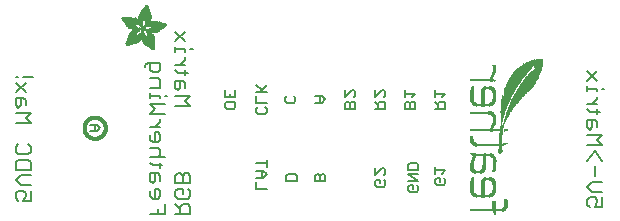
<source format=gbr>
G04 EAGLE Gerber RS-274X export*
G75*
%MOMM*%
%FSLAX34Y34*%
%LPD*%
%INSilkscreen Bottom*%
%IPPOS*%
%AMOC8*
5,1,8,0,0,1.08239X$1,22.5*%
G01*
%ADD10C,0.127000*%
%ADD11C,0.177800*%
%ADD12C,0.304800*%
%ADD13C,0.203200*%
%ADD14R,0.015241X0.137159*%
%ADD15R,0.015241X0.594359*%
%ADD16R,0.015241X0.335281*%
%ADD17R,0.015241X0.594363*%
%ADD18R,0.015238X0.243841*%
%ADD19R,0.015238X0.822959*%
%ADD20R,0.015238X0.472441*%
%ADD21R,0.015238X0.015238*%
%ADD22R,0.015238X0.426719*%
%ADD23R,0.015238X0.243838*%
%ADD24R,0.015238X0.822963*%
%ADD25R,0.015241X0.243841*%
%ADD26R,0.015241X0.975359*%
%ADD27R,0.015241X0.563878*%
%ADD28R,0.015241X0.030478*%
%ADD29R,0.015241X0.502919*%
%ADD30R,0.015241X0.243838*%
%ADD31R,0.015241X1.082037*%
%ADD32R,0.015241X0.655319*%
%ADD33R,0.015241X0.045719*%
%ADD34R,0.015241X0.548641*%
%ADD35R,0.015241X1.082041*%
%ADD36R,0.015241X1.203959*%
%ADD37R,0.015241X0.731522*%
%ADD38R,0.015241X0.060959*%
%ADD39R,0.015241X0.579119*%
%ADD40R,0.015241X1.188719*%
%ADD41R,0.015241X1.280163*%
%ADD42R,0.015241X0.792478*%
%ADD43R,0.015241X0.076200*%
%ADD44R,0.015241X1.280159*%
%ADD45R,0.015238X1.371600*%
%ADD46R,0.015238X0.868681*%
%ADD47R,0.015238X0.091438*%
%ADD48R,0.015238X0.624841*%
%ADD49R,0.015241X1.417319*%
%ADD50R,0.015241X0.929641*%
%ADD51R,0.015241X0.091438*%
%ADD52R,0.015241X0.640078*%
%ADD53R,0.015241X1.432559*%
%ADD54R,0.015241X0.975363*%
%ADD55R,0.015241X0.106678*%
%ADD56R,0.015241X1.447800*%
%ADD57R,0.015241X1.036319*%
%ADD58R,0.015241X0.121919*%
%ADD59R,0.015241X0.670559*%
%ADD60R,0.015241X1.463037*%
%ADD61R,0.015241X1.097278*%
%ADD62R,0.015241X0.685800*%
%ADD63R,0.015241X1.463041*%
%ADD64R,0.015238X1.478278*%
%ADD65R,0.015238X1.143000*%
%ADD66R,0.015238X0.152400*%
%ADD67R,0.015238X0.701041*%
%ADD68R,0.015241X1.493519*%
%ADD69R,0.015241X1.188722*%
%ADD70R,0.015241X0.167637*%
%ADD71R,0.015241X0.701037*%
%ADD72R,0.015241X1.508759*%
%ADD73R,0.015241X1.219200*%
%ADD74R,0.015241X0.182878*%
%ADD75R,0.015241X1.524000*%
%ADD76R,0.015241X0.198119*%
%ADD77R,0.015241X0.426719*%
%ADD78R,0.015241X0.777241*%
%ADD79R,0.015241X0.213359*%
%ADD80R,0.015241X0.518159*%
%ADD81R,0.015238X0.411478*%
%ADD82R,0.015238X0.396238*%
%ADD83R,0.015238X0.365759*%
%ADD84R,0.015238X0.685800*%
%ADD85R,0.015238X0.213359*%
%ADD86R,0.015238X0.441959*%
%ADD87R,0.015238X0.411481*%
%ADD88R,0.015238X0.396241*%
%ADD89R,0.015241X0.365759*%
%ADD90R,0.015241X0.335278*%
%ADD91R,0.015241X0.868678*%
%ADD92R,0.015241X0.396241*%
%ADD93R,0.015241X0.365762*%
%ADD94R,0.015241X0.350519*%
%ADD95R,0.015241X0.320041*%
%ADD96R,0.015241X0.350522*%
%ADD97R,0.015241X0.304800*%
%ADD98R,0.015241X0.731519*%
%ADD99R,0.015241X0.320038*%
%ADD100R,0.015241X0.289559*%
%ADD101R,0.015238X0.289559*%
%ADD102R,0.015238X0.274319*%
%ADD103R,0.015238X0.609600*%
%ADD104R,0.015238X0.304800*%
%ADD105R,0.015241X0.274322*%
%ADD106R,0.015241X0.274319*%
%ADD107R,0.015241X0.259081*%
%ADD108R,0.015241X0.457200*%
%ADD109R,0.015241X0.411478*%
%ADD110R,0.015238X0.259081*%
%ADD111R,0.015238X0.259078*%
%ADD112R,0.015241X0.259078*%
%ADD113R,0.015241X0.228600*%
%ADD114R,0.015238X0.228600*%
%ADD115R,0.015238X0.274322*%
%ADD116R,0.015241X1.295400*%
%ADD117R,0.015241X1.386841*%
%ADD118R,0.015241X1.478281*%
%ADD119R,0.015238X1.508763*%
%ADD120R,0.015238X0.320041*%
%ADD121R,0.015238X1.508759*%
%ADD122R,0.015241X1.539241*%
%ADD123R,0.015241X1.569722*%
%ADD124R,0.015241X1.584963*%
%ADD125R,0.015241X0.441959*%
%ADD126R,0.015241X1.584959*%
%ADD127R,0.015241X1.600200*%
%ADD128R,0.015241X0.640081*%
%ADD129R,0.015238X1.615441*%
%ADD130R,0.015238X0.899163*%
%ADD131R,0.015241X1.630681*%
%ADD132R,0.015241X1.127759*%
%ADD133R,0.015241X1.645922*%
%ADD134R,0.015241X1.569719*%
%ADD135R,0.015241X1.661163*%
%ADD136R,0.015241X1.554478*%
%ADD137R,0.015241X1.661159*%
%ADD138R,0.015238X1.661163*%
%ADD139R,0.015238X1.539238*%
%ADD140R,0.015238X1.661159*%
%ADD141R,0.015241X1.676400*%
%ADD142R,0.015241X0.381000*%
%ADD143R,0.015241X1.478278*%
%ADD144R,0.015238X1.432559*%
%ADD145R,0.015241X1.402078*%
%ADD146R,0.015241X1.356359*%
%ADD147R,0.015241X1.310638*%
%ADD148R,0.015238X0.381000*%
%ADD149R,0.015241X0.472441*%
%ADD150R,0.015241X0.289563*%
%ADD151R,0.015241X0.472438*%
%ADD152R,0.015241X0.533400*%
%ADD153R,0.015238X0.548638*%
%ADD154R,0.015238X0.320038*%
%ADD155R,0.015241X0.716281*%
%ADD156R,0.015241X0.411481*%
%ADD157R,0.015241X0.015238*%
%ADD158R,0.015241X0.426722*%
%ADD159R,0.015241X0.883919*%
%ADD160R,0.015241X0.502922*%
%ADD161R,0.015241X0.487678*%
%ADD162R,0.015241X0.746759*%
%ADD163R,0.015241X0.487681*%
%ADD164R,0.015241X0.579122*%
%ADD165R,0.015238X0.914400*%
%ADD166R,0.015238X1.447800*%
%ADD167R,0.015238X0.350519*%
%ADD168R,0.015238X0.563881*%
%ADD169R,0.015238X0.198119*%
%ADD170R,0.015238X1.051559*%
%ADD171R,0.015241X0.182881*%
%ADD172R,0.015241X1.021078*%
%ADD173R,0.015241X0.960119*%
%ADD174R,0.015241X1.402081*%
%ADD175R,0.015241X1.234441*%
%ADD176R,0.015241X0.167641*%
%ADD177R,0.015241X1.005841*%
%ADD178R,0.015241X0.990600*%
%ADD179R,0.015241X1.386838*%
%ADD180R,0.015241X0.152400*%
%ADD181R,0.015241X1.143000*%
%ADD182R,0.015241X1.356363*%
%ADD183R,0.015241X0.944878*%
%ADD184R,0.015238X1.036319*%
%ADD185R,0.015238X1.325881*%
%ADD186R,0.015238X1.402078*%
%ADD187R,0.015238X1.112522*%
%ADD188R,0.015238X0.137159*%
%ADD189R,0.015241X1.051559*%
%ADD190R,0.015241X1.066800*%
%ADD191R,0.015241X1.264919*%
%ADD192R,0.015241X1.371600*%
%ADD193R,0.015241X0.106681*%
%ADD194R,0.015241X0.853441*%
%ADD195R,0.015241X1.112519*%
%ADD196R,0.015241X1.203963*%
%ADD197R,0.015241X0.091441*%
%ADD198R,0.015241X0.822959*%
%ADD199R,0.015241X1.173481*%
%ADD200R,0.015241X1.341119*%
%ADD201R,0.015241X0.914400*%
%ADD202R,0.015238X1.158241*%
%ADD203R,0.015238X1.112519*%
%ADD204R,0.015238X1.325878*%
%ADD205R,0.015238X0.853441*%
%ADD206R,0.015238X0.060959*%
%ADD207R,0.015238X0.762000*%
%ADD208R,0.015241X1.249681*%
%ADD209R,0.015241X1.036322*%
%ADD210R,0.015241X0.716278*%
%ADD211R,0.015241X0.883922*%
%ADD212R,0.015241X0.030481*%
%ADD213R,0.015241X0.624841*%
%ADD214R,0.015241X0.563881*%
%ADD215R,0.015241X0.015241*%
%ADD216R,0.015238X0.502919*%
%ADD217R,0.015238X0.777241*%
%ADD218R,0.015238X0.457200*%
%ADD219R,0.015241X0.838200*%
%ADD220R,0.015241X1.615441*%
%ADD221R,0.015241X1.752600*%
%ADD222R,0.015241X1.859281*%
%ADD223R,0.015238X2.118359*%
%ADD224R,0.015241X2.118359*%
%ADD225R,0.015241X2.209800*%
%ADD226R,0.015241X2.286000*%
%ADD227R,0.015241X0.198122*%
%ADD228R,0.015238X2.362200*%
%ADD229R,0.015238X1.082041*%
%ADD230R,0.015241X1.828800*%
%ADD231R,0.015241X1.417322*%
%ADD232R,0.015241X2.971800*%
%ADD233R,0.015241X1.173478*%
%ADD234R,0.015241X0.807722*%
%ADD235R,0.015241X0.441963*%
%ADD236R,0.015238X0.594359*%
%ADD237R,0.015238X1.249678*%
%ADD238R,0.015238X0.624838*%
%ADD239R,0.015241X1.158241*%
%ADD240R,0.015241X0.777238*%
%ADD241R,0.015241X0.929638*%
%ADD242R,0.015241X0.944881*%
%ADD243R,0.015241X2.042162*%
%ADD244R,0.015238X0.167641*%
%ADD245R,0.015238X2.026919*%
%ADD246R,0.015241X1.935478*%
%ADD247R,0.015241X1.706881*%
%ADD248R,0.015238X0.076200*%
%ADD249R,0.015238X1.524000*%
%ADD250R,0.015241X1.325878*%
%ADD251R,0.015241X1.158238*%
%ADD252R,0.015238X0.106678*%
%ADD253R,0.015238X0.213363*%
%ADD254R,0.015241X1.021081*%
%ADD255R,0.015241X0.960122*%
%ADD256R,0.015241X1.798319*%
%ADD257R,0.015238X0.944881*%
%ADD258R,0.015238X0.335278*%
%ADD259R,0.015238X1.691641*%
%ADD260R,0.015241X0.213363*%
%ADD261R,0.015241X1.950722*%
%ADD262R,0.015241X0.899159*%
%ADD263R,0.015238X0.883922*%
%ADD264R,0.015238X0.045719*%
%ADD265R,0.015238X1.950722*%
%ADD266R,0.015241X0.868681*%
%ADD267R,0.015241X1.935481*%
%ADD268R,0.015241X1.920241*%
%ADD269R,0.015238X0.015241*%
%ADD270R,0.015238X0.518159*%
%ADD271R,0.015238X1.905000*%
%ADD272R,0.015241X0.548638*%
%ADD273R,0.015241X1.905000*%
%ADD274R,0.015241X1.889759*%
%ADD275R,0.015241X1.889763*%
%ADD276R,0.015241X1.874519*%
%ADD277R,0.015238X1.859281*%
%ADD278R,0.015241X0.609600*%
%ADD279R,0.015241X1.859278*%
%ADD280R,0.015241X1.844041*%
%ADD281R,0.015241X1.844037*%
%ADD282R,0.015238X0.670559*%
%ADD283R,0.015238X1.828800*%
%ADD284R,0.015241X0.701041*%
%ADD285R,0.015241X1.798322*%
%ADD286R,0.015238X0.731519*%
%ADD287R,0.015238X1.798319*%
%ADD288R,0.015241X0.762000*%
%ADD289R,0.015241X1.783078*%
%ADD290R,0.015241X1.691641*%
%ADD291R,0.015238X0.167637*%
%ADD292R,0.015238X1.356359*%
%ADD293R,0.015238X0.929641*%
%ADD294R,0.015238X0.701037*%
%ADD295R,0.015241X0.853438*%
%ADD296R,0.015241X0.807719*%
%ADD297R,0.015241X0.792481*%
%ADD298R,0.015241X0.822963*%
%ADD299R,0.015241X1.706878*%
%ADD300R,0.015238X0.960122*%
%ADD301R,0.015238X1.645922*%
%ADD302R,0.015241X1.645919*%
%ADD303R,0.015241X0.045722*%
%ADD304R,0.015238X0.030481*%
%ADD305R,0.015238X1.615438*%
%ADD306R,0.015238X1.005841*%
%ADD307R,0.015238X1.569719*%
%ADD308R,0.015241X1.554481*%
%ADD309R,0.015241X1.539238*%
%ADD310R,0.015238X1.066800*%
%ADD311R,0.015241X1.493522*%
%ADD312R,0.015238X1.097281*%
%ADD313R,0.015241X1.432562*%
%ADD314R,0.015238X1.417319*%
%ADD315R,0.015238X0.960119*%
%ADD316R,0.015241X1.325881*%
%ADD317R,0.015241X1.051562*%
%ADD318R,0.015241X1.097281*%
%ADD319R,0.015238X0.746759*%
%ADD320R,0.015241X0.655322*%
%ADD321R,0.015241X0.060963*%
%ADD322R,0.015241X1.234438*%
%ADD323R,0.015238X1.188719*%
%ADD324R,0.015238X1.219200*%
%ADD325R,0.015238X1.173481*%
%ADD326R,0.015241X1.127763*%
%ADD327R,0.015238X1.127759*%
%ADD328R,0.015238X1.203959*%
%ADD329R,0.015238X1.051562*%
%ADD330R,0.015238X1.249681*%
%ADD331R,0.015238X0.030478*%
%ADD332R,0.015238X1.310638*%
%ADD333R,0.015241X1.341122*%
%ADD334R,0.015238X1.386841*%
%ADD335R,0.015238X0.563878*%
%ADD336R,0.015238X0.838200*%
%ADD337R,0.015238X0.807719*%
%ADD338R,0.015238X0.899159*%
%ADD339R,0.015241X0.746762*%
%ADD340R,0.015238X0.716278*%
%ADD341R,0.015238X0.533400*%
%ADD342R,0.015238X0.990600*%
%ADD343R,0.015238X0.198122*%
%ADD344R,0.015238X0.579119*%
%ADD345R,0.015241X0.137162*%
%ADD346R,0.015238X0.182878*%
%ADD347R,0.015238X1.600200*%
%ADD348R,0.015238X0.182881*%
%ADD349R,0.015238X1.554481*%
%ADD350R,0.015241X1.508763*%
%ADD351R,0.015238X0.091441*%
%ADD352R,0.015238X1.463041*%
%ADD353R,0.015238X1.280159*%
%ADD354R,0.015241X1.249678*%
%ADD355R,0.006300X0.050800*%
%ADD356R,0.006400X0.082600*%
%ADD357R,0.006300X0.120600*%
%ADD358R,0.006400X0.139700*%
%ADD359R,0.006300X0.158800*%
%ADD360R,0.006400X0.177800*%
%ADD361R,0.006300X0.196800*%
%ADD362R,0.006400X0.215900*%
%ADD363R,0.006300X0.228600*%
%ADD364R,0.006400X0.241300*%
%ADD365R,0.006300X0.254000*%
%ADD366R,0.006400X0.266700*%
%ADD367R,0.006300X0.279400*%
%ADD368R,0.006400X0.285700*%
%ADD369R,0.006300X0.298400*%
%ADD370R,0.006400X0.311200*%
%ADD371R,0.006300X0.317500*%
%ADD372R,0.006400X0.330200*%
%ADD373R,0.006300X0.336600*%
%ADD374R,0.006400X0.349200*%
%ADD375R,0.006300X0.361900*%
%ADD376R,0.006400X0.368300*%
%ADD377R,0.006300X0.381000*%
%ADD378R,0.006400X0.387300*%
%ADD379R,0.006300X0.393700*%
%ADD380R,0.006400X0.406400*%
%ADD381R,0.006300X0.412700*%
%ADD382R,0.006400X0.419100*%
%ADD383R,0.006300X0.431800*%
%ADD384R,0.006400X0.438100*%
%ADD385R,0.006300X0.450800*%
%ADD386R,0.006400X0.457200*%
%ADD387R,0.006300X0.463500*%
%ADD388R,0.006400X0.476200*%
%ADD389R,0.006300X0.482600*%
%ADD390R,0.006400X0.488900*%
%ADD391R,0.006300X0.501600*%
%ADD392R,0.006400X0.508000*%
%ADD393R,0.006300X0.514300*%
%ADD394R,0.006400X0.527000*%
%ADD395R,0.006300X0.533400*%
%ADD396R,0.006400X0.546100*%
%ADD397R,0.006300X0.552400*%
%ADD398R,0.006400X0.558800*%
%ADD399R,0.006300X0.571500*%
%ADD400R,0.006400X0.577800*%
%ADD401R,0.006300X0.584200*%
%ADD402R,0.006400X0.596900*%
%ADD403R,0.006300X0.603200*%
%ADD404R,0.006400X0.609600*%
%ADD405R,0.006300X0.622300*%
%ADD406R,0.006400X0.628600*%
%ADD407R,0.006300X0.641300*%
%ADD408R,0.006400X0.647700*%
%ADD409R,0.006300X0.063500*%
%ADD410R,0.006300X0.654000*%
%ADD411R,0.006400X0.101600*%
%ADD412R,0.006400X0.666700*%
%ADD413R,0.006300X0.139700*%
%ADD414R,0.006300X0.673100*%
%ADD415R,0.006400X0.165100*%
%ADD416R,0.006400X0.679400*%
%ADD417R,0.006300X0.196900*%
%ADD418R,0.006300X0.692100*%
%ADD419R,0.006400X0.222200*%
%ADD420R,0.006400X0.698500*%
%ADD421R,0.006300X0.247700*%
%ADD422R,0.006300X0.704800*%
%ADD423R,0.006400X0.279400*%
%ADD424R,0.006400X0.717500*%
%ADD425R,0.006300X0.298500*%
%ADD426R,0.006300X0.723900*%
%ADD427R,0.006400X0.736600*%
%ADD428R,0.006300X0.342900*%
%ADD429R,0.006300X0.742900*%
%ADD430R,0.006400X0.374700*%
%ADD431R,0.006400X0.749300*%
%ADD432R,0.006300X0.762000*%
%ADD433R,0.006400X0.412700*%
%ADD434R,0.006400X0.768300*%
%ADD435R,0.006300X0.438100*%
%ADD436R,0.006300X0.774700*%
%ADD437R,0.006400X0.463600*%
%ADD438R,0.006400X0.787400*%
%ADD439R,0.006300X0.793700*%
%ADD440R,0.006400X0.495300*%
%ADD441R,0.006400X0.800100*%
%ADD442R,0.006300X0.520700*%
%ADD443R,0.006300X0.812800*%
%ADD444R,0.006400X0.533400*%
%ADD445R,0.006400X0.819100*%
%ADD446R,0.006300X0.558800*%
%ADD447R,0.006300X0.825500*%
%ADD448R,0.006400X0.577900*%
%ADD449R,0.006400X0.831800*%
%ADD450R,0.006300X0.596900*%
%ADD451R,0.006300X0.844500*%
%ADD452R,0.006400X0.616000*%
%ADD453R,0.006400X0.850900*%
%ADD454R,0.006300X0.635000*%
%ADD455R,0.006300X0.857200*%
%ADD456R,0.006400X0.654100*%
%ADD457R,0.006400X0.863600*%
%ADD458R,0.006300X0.666700*%
%ADD459R,0.006300X0.869900*%
%ADD460R,0.006400X0.685800*%
%ADD461R,0.006400X0.876300*%
%ADD462R,0.006300X0.882600*%
%ADD463R,0.006400X0.723900*%
%ADD464R,0.006400X0.889000*%
%ADD465R,0.006300X0.895300*%
%ADD466R,0.006400X0.755700*%
%ADD467R,0.006400X0.901700*%
%ADD468R,0.006300X0.908000*%
%ADD469R,0.006400X0.793800*%
%ADD470R,0.006400X0.914400*%
%ADD471R,0.006300X0.806400*%
%ADD472R,0.006300X0.920700*%
%ADD473R,0.006400X0.825500*%
%ADD474R,0.006400X0.927100*%
%ADD475R,0.006300X0.933400*%
%ADD476R,0.006400X0.857300*%
%ADD477R,0.006400X0.939800*%
%ADD478R,0.006300X0.870000*%
%ADD479R,0.006300X0.939800*%
%ADD480R,0.006400X0.946100*%
%ADD481R,0.006300X0.952500*%
%ADD482R,0.006400X0.908000*%
%ADD483R,0.006400X0.958800*%
%ADD484R,0.006300X0.965200*%
%ADD485R,0.006400X0.965200*%
%ADD486R,0.006300X0.971500*%
%ADD487R,0.006400X0.952500*%
%ADD488R,0.006400X0.977900*%
%ADD489R,0.006300X0.958800*%
%ADD490R,0.006300X0.984200*%
%ADD491R,0.006400X0.971500*%
%ADD492R,0.006400X0.984200*%
%ADD493R,0.006300X0.990600*%
%ADD494R,0.006400X0.984300*%
%ADD495R,0.006400X0.996900*%
%ADD496R,0.006300X0.997000*%
%ADD497R,0.006300X0.996900*%
%ADD498R,0.006400X1.003300*%
%ADD499R,0.006300X1.016000*%
%ADD500R,0.006300X1.009600*%
%ADD501R,0.006400X1.016000*%
%ADD502R,0.006400X1.009600*%
%ADD503R,0.006300X1.022300*%
%ADD504R,0.006400X1.028700*%
%ADD505R,0.006300X1.035100*%
%ADD506R,0.006400X1.047800*%
%ADD507R,0.006300X1.054100*%
%ADD508R,0.006300X1.028700*%
%ADD509R,0.006400X1.054100*%
%ADD510R,0.006400X1.035000*%
%ADD511R,0.006300X1.060400*%
%ADD512R,0.006300X1.035000*%
%ADD513R,0.006400X1.060500*%
%ADD514R,0.006400X1.041400*%
%ADD515R,0.006300X1.066800*%
%ADD516R,0.006300X1.041400*%
%ADD517R,0.006400X1.079500*%
%ADD518R,0.006400X1.047700*%
%ADD519R,0.006300X1.085900*%
%ADD520R,0.006300X1.047700*%
%ADD521R,0.006400X1.085800*%
%ADD522R,0.006300X1.092200*%
%ADD523R,0.006400X1.085900*%
%ADD524R,0.006300X1.098600*%
%ADD525R,0.006400X1.098600*%
%ADD526R,0.006400X1.060400*%
%ADD527R,0.006300X1.104900*%
%ADD528R,0.006400X1.104900*%
%ADD529R,0.006400X1.066800*%
%ADD530R,0.006300X1.111200*%
%ADD531R,0.006400X1.117600*%
%ADD532R,0.006300X1.117600*%
%ADD533R,0.006300X1.073100*%
%ADD534R,0.006400X1.073100*%
%ADD535R,0.006300X1.124000*%
%ADD536R,0.006300X1.079500*%
%ADD537R,0.006400X1.123900*%
%ADD538R,0.006300X1.130300*%
%ADD539R,0.006400X1.130300*%
%ADD540R,0.006400X1.136700*%
%ADD541R,0.006300X1.136700*%
%ADD542R,0.006300X1.085800*%
%ADD543R,0.006400X1.136600*%
%ADD544R,0.006300X1.136600*%
%ADD545R,0.006400X1.143000*%
%ADD546R,0.006300X1.143000*%
%ADD547R,0.006300X1.149400*%
%ADD548R,0.006300X1.149300*%
%ADD549R,0.006400X1.149300*%
%ADD550R,0.006400X1.149400*%
%ADD551R,0.006400X1.155700*%
%ADD552R,0.006300X1.155700*%
%ADD553R,0.006300X1.060500*%
%ADD554R,0.006400X2.197100*%
%ADD555R,0.006300X2.197100*%
%ADD556R,0.006300X2.184400*%
%ADD557R,0.006400X2.184400*%
%ADD558R,0.006400X2.171700*%
%ADD559R,0.006300X2.171700*%
%ADD560R,0.006400X1.530300*%
%ADD561R,0.006300X1.505000*%
%ADD562R,0.006400X1.492300*%
%ADD563R,0.006300X1.485900*%
%ADD564R,0.006300X0.565200*%
%ADD565R,0.006400X1.473200*%
%ADD566R,0.006400X0.565200*%
%ADD567R,0.006300X1.460500*%
%ADD568R,0.006400X1.454100*%
%ADD569R,0.006400X0.552400*%
%ADD570R,0.006300X1.441500*%
%ADD571R,0.006300X0.546100*%
%ADD572R,0.006400X1.435100*%
%ADD573R,0.006400X0.539800*%
%ADD574R,0.006300X1.428800*%
%ADD575R,0.006400X1.422400*%
%ADD576R,0.006300X1.409700*%
%ADD577R,0.006300X0.527100*%
%ADD578R,0.006400X1.403300*%
%ADD579R,0.006400X0.527100*%
%ADD580R,0.006300X1.390700*%
%ADD581R,0.006400X1.384300*%
%ADD582R,0.006400X0.520700*%
%ADD583R,0.006300X1.384300*%
%ADD584R,0.006300X0.514400*%
%ADD585R,0.006400X1.371600*%
%ADD586R,0.006300X1.365200*%
%ADD587R,0.006300X0.508000*%
%ADD588R,0.006400X1.352600*%
%ADD589R,0.006400X0.501700*%
%ADD590R,0.006300X0.711200*%
%ADD591R,0.006300X0.603300*%
%ADD592R,0.006300X0.501700*%
%ADD593R,0.006400X0.692100*%
%ADD594R,0.006400X0.571500*%
%ADD595R,0.006300X0.679400*%
%ADD596R,0.006300X0.495300*%
%ADD597R,0.006400X0.673100*%
%ADD598R,0.006300X0.666800*%
%ADD599R,0.006300X0.488900*%
%ADD600R,0.006400X0.660400*%
%ADD601R,0.006400X0.482600*%
%ADD602R,0.006300X0.476200*%
%ADD603R,0.006400X0.654000*%
%ADD604R,0.006400X0.469900*%
%ADD605R,0.006400X0.476300*%
%ADD606R,0.006300X0.647700*%
%ADD607R,0.006300X0.457200*%
%ADD608R,0.006300X0.469900*%
%ADD609R,0.006400X0.641300*%
%ADD610R,0.006400X0.444500*%
%ADD611R,0.006300X0.463600*%
%ADD612R,0.006400X0.635000*%
%ADD613R,0.006400X0.463500*%
%ADD614R,0.006400X0.393700*%
%ADD615R,0.006400X0.450800*%
%ADD616R,0.006300X0.628600*%
%ADD617R,0.006300X0.387400*%
%ADD618R,0.006300X0.450900*%
%ADD619R,0.006400X0.628700*%
%ADD620R,0.006400X0.374600*%
%ADD621R,0.006300X0.368300*%
%ADD622R,0.006300X0.438200*%
%ADD623R,0.006400X0.622300*%
%ADD624R,0.006400X0.355600*%
%ADD625R,0.006400X0.431800*%
%ADD626R,0.006300X0.349300*%
%ADD627R,0.006300X0.425400*%
%ADD628R,0.006300X0.615900*%
%ADD629R,0.006300X0.330200*%
%ADD630R,0.006300X0.419100*%
%ADD631R,0.006300X0.616000*%
%ADD632R,0.006300X0.311200*%
%ADD633R,0.006300X0.406400*%
%ADD634R,0.006400X0.615900*%
%ADD635R,0.006400X0.304800*%
%ADD636R,0.006400X0.158800*%
%ADD637R,0.006300X0.609600*%
%ADD638R,0.006300X0.292100*%
%ADD639R,0.006300X0.235000*%
%ADD640R,0.006400X0.387400*%
%ADD641R,0.006400X0.292100*%
%ADD642R,0.006300X0.336500*%
%ADD643R,0.006300X0.260400*%
%ADD644R,0.006400X0.603300*%
%ADD645R,0.006400X0.260400*%
%ADD646R,0.006400X0.362000*%
%ADD647R,0.006400X0.450900*%
%ADD648R,0.006300X0.355600*%
%ADD649R,0.006400X0.342900*%
%ADD650R,0.006400X0.514300*%
%ADD651R,0.006300X0.234900*%
%ADD652R,0.006300X0.539700*%
%ADD653R,0.006400X0.603200*%
%ADD654R,0.006400X0.234900*%
%ADD655R,0.006400X0.920700*%
%ADD656R,0.006400X0.958900*%
%ADD657R,0.006300X0.215900*%
%ADD658R,0.006400X0.209600*%
%ADD659R,0.006300X0.203200*%
%ADD660R,0.006300X1.003300*%
%ADD661R,0.006400X0.203200*%
%ADD662R,0.006400X0.196900*%
%ADD663R,0.006300X0.190500*%
%ADD664R,0.006400X0.190500*%
%ADD665R,0.006300X0.184200*%
%ADD666R,0.006400X0.590500*%
%ADD667R,0.006400X0.184200*%
%ADD668R,0.006300X0.590500*%
%ADD669R,0.006300X0.177800*%
%ADD670R,0.006400X0.584200*%
%ADD671R,0.006400X1.168400*%
%ADD672R,0.006300X0.171500*%
%ADD673R,0.006300X1.187500*%
%ADD674R,0.006400X1.200100*%
%ADD675R,0.006300X0.577800*%
%ADD676R,0.006300X1.212900*%
%ADD677R,0.006400X1.231900*%
%ADD678R,0.006300X1.250900*%
%ADD679R,0.006400X0.565100*%
%ADD680R,0.006400X0.184100*%
%ADD681R,0.006400X1.263700*%
%ADD682R,0.006300X0.565100*%
%ADD683R,0.006300X1.289100*%
%ADD684R,0.006400X1.314400*%
%ADD685R,0.006300X0.552500*%
%ADD686R,0.006300X1.568500*%
%ADD687R,0.006400X0.552500*%
%ADD688R,0.006400X1.581200*%
%ADD689R,0.006300X1.593800*%
%ADD690R,0.006400X1.606500*%
%ADD691R,0.006300X1.619300*%
%ADD692R,0.006400X0.514400*%
%ADD693R,0.006400X1.638300*%
%ADD694R,0.006300X1.657300*%
%ADD695R,0.006400X2.209800*%
%ADD696R,0.006300X2.425700*%
%ADD697R,0.006400X2.470100*%
%ADD698R,0.006300X2.501900*%
%ADD699R,0.006400X2.533700*%
%ADD700R,0.006300X2.559000*%
%ADD701R,0.006400X2.584500*%
%ADD702R,0.006300X2.609900*%
%ADD703R,0.006400X2.628900*%
%ADD704R,0.006300X2.660600*%
%ADD705R,0.006400X2.673400*%
%ADD706R,0.006300X1.422400*%
%ADD707R,0.006300X1.200200*%
%ADD708R,0.006300X1.365300*%
%ADD709R,0.006400X1.365300*%
%ADD710R,0.006300X1.352500*%
%ADD711R,0.006300X1.098500*%
%ADD712R,0.006400X1.358900*%
%ADD713R,0.006300X1.352600*%
%ADD714R,0.006300X1.358900*%
%ADD715R,0.006300X1.371600*%
%ADD716R,0.006400X1.377900*%
%ADD717R,0.006400X1.397000*%
%ADD718R,0.006300X1.403300*%
%ADD719R,0.006300X0.914400*%
%ADD720R,0.006300X0.876300*%
%ADD721R,0.006300X0.374600*%
%ADD722R,0.006400X1.073200*%
%ADD723R,0.006300X0.374700*%
%ADD724R,0.006400X0.844600*%
%ADD725R,0.006300X0.844600*%
%ADD726R,0.006400X0.831900*%
%ADD727R,0.006400X1.092200*%
%ADD728R,0.006300X0.400000*%
%ADD729R,0.006400X0.819200*%
%ADD730R,0.006400X1.111300*%
%ADD731R,0.006400X0.812800*%
%ADD732R,0.006300X0.800100*%
%ADD733R,0.006300X0.476300*%
%ADD734R,0.006300X1.181100*%
%ADD735R,0.006400X0.501600*%
%ADD736R,0.006400X1.193800*%
%ADD737R,0.006400X0.781000*%
%ADD738R,0.006400X1.238200*%
%ADD739R,0.006300X0.781100*%
%ADD740R,0.006300X1.257300*%
%ADD741R,0.006400X1.295400*%
%ADD742R,0.006300X1.333500*%
%ADD743R,0.006400X0.774700*%
%ADD744R,0.006400X1.866900*%
%ADD745R,0.006300X0.209600*%
%ADD746R,0.006300X1.866900*%
%ADD747R,0.006400X0.768400*%
%ADD748R,0.006400X0.209500*%
%ADD749R,0.006400X1.860600*%
%ADD750R,0.006400X0.762000*%
%ADD751R,0.006300X0.768400*%
%ADD752R,0.006300X1.860600*%
%ADD753R,0.006400X1.860500*%
%ADD754R,0.006300X0.222300*%
%ADD755R,0.006300X1.854200*%
%ADD756R,0.006400X0.235000*%
%ADD757R,0.006400X1.854200*%
%ADD758R,0.006300X0.768300*%
%ADD759R,0.006400X0.260300*%
%ADD760R,0.006400X1.847800*%
%ADD761R,0.006300X0.266700*%
%ADD762R,0.006300X1.847800*%
%ADD763R,0.006400X0.273100*%
%ADD764R,0.006400X1.841500*%
%ADD765R,0.006300X0.285800*%
%ADD766R,0.006300X1.841500*%
%ADD767R,0.006400X0.298500*%
%ADD768R,0.006400X1.835100*%
%ADD769R,0.006300X0.781000*%
%ADD770R,0.006300X0.304800*%
%ADD771R,0.006300X1.835100*%
%ADD772R,0.006400X0.317500*%
%ADD773R,0.006400X1.828800*%
%ADD774R,0.006300X0.787400*%
%ADD775R,0.006300X0.323800*%
%ADD776R,0.006300X1.828800*%
%ADD777R,0.006400X0.793700*%
%ADD778R,0.006400X1.822400*%
%ADD779R,0.006300X0.806500*%
%ADD780R,0.006300X1.822400*%
%ADD781R,0.006400X1.816100*%
%ADD782R,0.006300X0.819100*%
%ADD783R,0.006300X0.387300*%
%ADD784R,0.006300X1.816100*%
%ADD785R,0.006400X1.809800*%
%ADD786R,0.006300X1.803400*%
%ADD787R,0.006400X1.797000*%
%ADD788R,0.006300X0.901700*%
%ADD789R,0.006300X1.797000*%
%ADD790R,0.006400X1.441400*%
%ADD791R,0.006400X1.790700*%
%ADD792R,0.006300X1.447800*%
%ADD793R,0.006300X1.784300*%
%ADD794R,0.006400X1.447800*%
%ADD795R,0.006400X1.784300*%
%ADD796R,0.006300X1.454100*%
%ADD797R,0.006300X1.771700*%
%ADD798R,0.006400X1.460500*%
%ADD799R,0.006400X1.759000*%
%ADD800R,0.006300X1.466800*%
%ADD801R,0.006300X1.752600*%
%ADD802R,0.006400X1.466800*%
%ADD803R,0.006400X1.739900*%
%ADD804R,0.006300X1.473200*%
%ADD805R,0.006300X1.727200*%
%ADD806R,0.006400X1.479500*%
%ADD807R,0.006400X1.714500*%
%ADD808R,0.006300X1.695400*%
%ADD809R,0.006400X1.485900*%
%ADD810R,0.006400X1.682700*%
%ADD811R,0.006300X1.492200*%
%ADD812R,0.006300X1.663700*%
%ADD813R,0.006400X1.498600*%
%ADD814R,0.006400X1.644600*%
%ADD815R,0.006300X1.498600*%
%ADD816R,0.006300X1.619200*%
%ADD817R,0.006400X1.511300*%
%ADD818R,0.006400X1.600200*%
%ADD819R,0.006300X1.517700*%
%ADD820R,0.006300X1.574800*%
%ADD821R,0.006400X1.524000*%
%ADD822R,0.006400X1.555800*%
%ADD823R,0.006300X1.524000*%
%ADD824R,0.006300X1.536700*%
%ADD825R,0.006400X1.530400*%
%ADD826R,0.006400X1.517700*%
%ADD827R,0.006300X1.492300*%
%ADD828R,0.006400X1.549400*%
%ADD829R,0.006400X1.479600*%
%ADD830R,0.006300X1.549400*%
%ADD831R,0.006400X1.555700*%
%ADD832R,0.006300X1.562100*%
%ADD833R,0.006300X0.323900*%
%ADD834R,0.006400X1.568400*%
%ADD835R,0.006400X0.336600*%
%ADD836R,0.006300X1.587500*%
%ADD837R,0.006300X0.971600*%
%ADD838R,0.006400X0.349300*%
%ADD839R,0.006300X1.600200*%
%ADD840R,0.006300X0.920800*%
%ADD841R,0.006400X0.882700*%
%ADD842R,0.006300X1.612900*%
%ADD843R,0.006300X0.362000*%
%ADD844R,0.006400X1.625600*%
%ADD845R,0.006300X1.625600*%
%ADD846R,0.006300X1.644600*%
%ADD847R,0.006300X0.736600*%
%ADD848R,0.006400X0.717600*%
%ADD849R,0.006300X1.657400*%
%ADD850R,0.006300X0.679500*%
%ADD851R,0.006400X1.663700*%
%ADD852R,0.006400X0.400000*%
%ADD853R,0.006300X1.676400*%
%ADD854R,0.006400X1.676400*%
%ADD855R,0.006400X0.425500*%
%ADD856R,0.006400X1.352500*%
%ADD857R,0.006300X0.444500*%
%ADD858R,0.006400X0.361900*%
%ADD859R,0.006300X0.088900*%
%ADD860R,0.006300X1.009700*%
%ADD861R,0.006400X1.009700*%
%ADD862R,0.006400X1.022300*%
%ADD863R,0.006400X1.346200*%
%ADD864R,0.006300X1.346200*%
%ADD865R,0.006400X1.339900*%
%ADD866R,0.006400X1.035100*%
%ADD867R,0.006300X1.339800*%
%ADD868R,0.006400X1.333500*%
%ADD869R,0.006400X1.327200*%
%ADD870R,0.006300X1.320800*%
%ADD871R,0.006400X1.314500*%
%ADD872R,0.006300X1.314400*%
%ADD873R,0.006400X1.301700*%
%ADD874R,0.006300X1.295400*%
%ADD875R,0.006400X1.289000*%
%ADD876R,0.006300X1.276300*%
%ADD877R,0.006300X1.251000*%
%ADD878R,0.006400X1.244600*%
%ADD879R,0.006300X1.231900*%
%ADD880R,0.006400X1.212800*%
%ADD881R,0.006300X1.200100*%
%ADD882R,0.006400X1.187400*%
%ADD883R,0.006300X1.168400*%
%ADD884R,0.006300X1.047800*%
%ADD885R,0.006300X0.977900*%
%ADD886R,0.006400X0.946200*%
%ADD887R,0.006400X0.933400*%
%ADD888R,0.006400X0.895300*%
%ADD889R,0.006300X0.882700*%
%ADD890R,0.006300X0.863600*%
%ADD891R,0.006400X0.857200*%
%ADD892R,0.006300X0.850900*%
%ADD893R,0.006300X0.838200*%
%ADD894R,0.006400X0.806500*%
%ADD895R,0.006300X0.717600*%
%ADD896R,0.006400X0.711200*%
%ADD897R,0.006400X0.641400*%
%ADD898R,0.006300X0.641400*%
%ADD899R,0.006300X0.628700*%
%ADD900R,0.006300X0.590600*%
%ADD901R,0.006400X0.539700*%
%ADD902R,0.006300X0.285700*%
%ADD903R,0.006300X0.222200*%
%ADD904R,0.006300X0.171400*%
%ADD905R,0.006400X0.152400*%
%ADD906R,0.006300X0.133400*%


D10*
X367460Y79762D02*
X368943Y78279D01*
X368943Y75313D01*
X367460Y73830D01*
X361528Y73830D01*
X360045Y75313D01*
X360045Y78279D01*
X361528Y79762D01*
X364494Y79762D01*
X364494Y76796D01*
X365977Y83185D02*
X368943Y86151D01*
X360045Y86151D01*
X360045Y83185D02*
X360045Y89117D01*
X344600Y73814D02*
X346083Y72331D01*
X346083Y69365D01*
X344600Y67882D01*
X338668Y67882D01*
X337185Y69365D01*
X337185Y72331D01*
X338668Y73814D01*
X341634Y73814D01*
X341634Y70848D01*
X337185Y77237D02*
X346083Y77237D01*
X337185Y83169D01*
X346083Y83169D01*
X346083Y86593D02*
X337185Y86593D01*
X337185Y91041D01*
X338668Y92524D01*
X344600Y92524D01*
X346083Y91041D01*
X346083Y86593D01*
X318143Y77009D02*
X316660Y78492D01*
X318143Y77009D02*
X318143Y74043D01*
X316660Y72560D01*
X310728Y72560D01*
X309245Y74043D01*
X309245Y77009D01*
X310728Y78492D01*
X313694Y78492D01*
X313694Y75526D01*
X309245Y81915D02*
X309245Y87847D01*
X309245Y81915D02*
X315177Y87847D01*
X316660Y87847D01*
X318143Y86364D01*
X318143Y83398D01*
X316660Y81915D01*
X267343Y77237D02*
X258445Y77237D01*
X267343Y77237D02*
X267343Y81686D01*
X265860Y83169D01*
X264377Y83169D01*
X262894Y81686D01*
X261411Y83169D01*
X259928Y83169D01*
X258445Y81686D01*
X258445Y77237D01*
X262894Y77237D02*
X262894Y81686D01*
X243213Y77237D02*
X234315Y77237D01*
X234315Y81686D01*
X235798Y83169D01*
X241730Y83169D01*
X243213Y81686D01*
X243213Y77237D01*
X217813Y70422D02*
X208915Y70422D01*
X208915Y76354D01*
X208915Y79777D02*
X214847Y79777D01*
X217813Y82743D01*
X214847Y85709D01*
X208915Y85709D01*
X213364Y85709D02*
X213364Y79777D01*
X208915Y92098D02*
X217813Y92098D01*
X217813Y89133D02*
X217813Y95064D01*
X191143Y140083D02*
X191143Y143049D01*
X191143Y140083D02*
X189660Y138600D01*
X183728Y138600D01*
X182245Y140083D01*
X182245Y143049D01*
X183728Y144532D01*
X189660Y144532D01*
X191143Y143049D01*
X191143Y147955D02*
X191143Y153887D01*
X191143Y147955D02*
X182245Y147955D01*
X182245Y153887D01*
X186694Y150921D02*
X186694Y147955D01*
X216330Y139854D02*
X217813Y138371D01*
X217813Y135405D01*
X216330Y133922D01*
X210398Y133922D01*
X208915Y135405D01*
X208915Y138371D01*
X210398Y139854D01*
X208915Y143277D02*
X217813Y143277D01*
X208915Y143277D02*
X208915Y149209D01*
X208915Y152633D02*
X217813Y152633D01*
X217813Y158564D02*
X211881Y152633D01*
X213364Y154116D02*
X208915Y158564D01*
X240460Y149209D02*
X241943Y147726D01*
X241943Y144760D01*
X240460Y143277D01*
X234528Y143277D01*
X233045Y144760D01*
X233045Y147726D01*
X234528Y149209D01*
X258445Y143277D02*
X264377Y143277D01*
X267343Y146243D01*
X264377Y149209D01*
X258445Y149209D01*
X262894Y149209D02*
X262894Y143277D01*
X283845Y138600D02*
X292743Y138600D01*
X292743Y143049D01*
X291260Y144532D01*
X289777Y144532D01*
X288294Y143049D01*
X286811Y144532D01*
X285328Y144532D01*
X283845Y143049D01*
X283845Y138600D01*
X288294Y138600D02*
X288294Y143049D01*
X283845Y147955D02*
X283845Y153887D01*
X283845Y147955D02*
X289777Y153887D01*
X291260Y153887D01*
X292743Y152404D01*
X292743Y149438D01*
X291260Y147955D01*
X309245Y138600D02*
X318143Y138600D01*
X318143Y143049D01*
X316660Y144532D01*
X313694Y144532D01*
X312211Y143049D01*
X312211Y138600D01*
X312211Y141566D02*
X309245Y144532D01*
X309245Y147955D02*
X309245Y153887D01*
X309245Y147955D02*
X315177Y153887D01*
X316660Y153887D01*
X318143Y152404D01*
X318143Y149438D01*
X316660Y147955D01*
X334645Y138600D02*
X343543Y138600D01*
X343543Y143049D01*
X342060Y144532D01*
X340577Y144532D01*
X339094Y143049D01*
X337611Y144532D01*
X336128Y144532D01*
X334645Y143049D01*
X334645Y138600D01*
X339094Y138600D02*
X339094Y143049D01*
X340577Y147955D02*
X343543Y150921D01*
X334645Y150921D01*
X334645Y147955D02*
X334645Y153887D01*
X360045Y138600D02*
X368943Y138600D01*
X368943Y143049D01*
X367460Y144532D01*
X364494Y144532D01*
X363011Y143049D01*
X363011Y138600D01*
X363011Y141566D02*
X360045Y144532D01*
X365977Y147955D02*
X368943Y150921D01*
X360045Y150921D01*
X360045Y147955D02*
X360045Y153887D01*
D11*
X152792Y49149D02*
X140335Y49149D01*
X152792Y49149D02*
X152792Y55377D01*
X150716Y57453D01*
X146563Y57453D01*
X144487Y55377D01*
X144487Y49149D01*
X144487Y53301D02*
X140335Y57453D01*
X152792Y68475D02*
X150716Y70551D01*
X152792Y68475D02*
X152792Y64322D01*
X150716Y62246D01*
X142411Y62246D01*
X140335Y64322D01*
X140335Y68475D01*
X142411Y70551D01*
X146563Y70551D01*
X146563Y66398D01*
X140335Y75344D02*
X152792Y75344D01*
X152792Y81572D01*
X150716Y83648D01*
X148639Y83648D01*
X146563Y81572D01*
X144487Y83648D01*
X142411Y83648D01*
X140335Y81572D01*
X140335Y75344D01*
X146563Y75344D02*
X146563Y81572D01*
X140335Y140830D02*
X152792Y140830D01*
X148639Y144982D01*
X152792Y149134D01*
X140335Y149134D01*
X148639Y156003D02*
X148639Y160155D01*
X146563Y162231D01*
X140335Y162231D01*
X140335Y156003D01*
X142411Y153927D01*
X144487Y156003D01*
X144487Y162231D01*
X142411Y169100D02*
X150716Y169100D01*
X142411Y169100D02*
X140335Y171176D01*
X148639Y171176D02*
X148639Y167024D01*
X148639Y175756D02*
X140335Y175756D01*
X144487Y175756D02*
X148639Y179908D01*
X148639Y181984D01*
X148639Y186670D02*
X148639Y188746D01*
X140335Y188746D01*
X140335Y186670D02*
X140335Y190822D01*
X152792Y188746D02*
X154868Y188746D01*
X148639Y195402D02*
X140335Y203706D01*
X140335Y195402D02*
X148639Y203706D01*
X131456Y49149D02*
X118999Y49149D01*
X131456Y49149D02*
X131456Y57453D01*
X125227Y53301D02*
X125227Y49149D01*
X118999Y64322D02*
X118999Y68475D01*
X118999Y64322D02*
X121075Y62246D01*
X125227Y62246D01*
X127303Y64322D01*
X127303Y68475D01*
X125227Y70551D01*
X123151Y70551D01*
X123151Y62246D01*
X127303Y77420D02*
X127303Y81572D01*
X125227Y83648D01*
X118999Y83648D01*
X118999Y77420D01*
X121075Y75344D01*
X123151Y77420D01*
X123151Y83648D01*
X121075Y90517D02*
X129380Y90517D01*
X121075Y90517D02*
X118999Y92593D01*
X127303Y92593D02*
X127303Y88441D01*
X131456Y97172D02*
X118999Y97172D01*
X125227Y97172D02*
X127303Y99248D01*
X127303Y103401D01*
X125227Y105477D01*
X118999Y105477D01*
X118999Y112346D02*
X118999Y116498D01*
X118999Y112346D02*
X121075Y110270D01*
X125227Y110270D01*
X127303Y112346D01*
X127303Y116498D01*
X125227Y118574D01*
X123151Y118574D01*
X123151Y110270D01*
X118999Y123367D02*
X127303Y123367D01*
X123151Y123367D02*
X127303Y127519D01*
X127303Y129595D01*
X131456Y134281D02*
X118999Y134281D01*
X123151Y138433D01*
X118999Y142586D01*
X131456Y142586D01*
X127303Y147378D02*
X127303Y149454D01*
X118999Y149454D01*
X118999Y147378D02*
X118999Y151531D01*
X131456Y149454D02*
X133532Y149454D01*
X127303Y156110D02*
X118999Y156110D01*
X127303Y156110D02*
X127303Y162338D01*
X125227Y164414D01*
X118999Y164414D01*
X114847Y173359D02*
X114847Y175435D01*
X116923Y177512D01*
X127303Y177512D01*
X127303Y171283D01*
X125227Y169207D01*
X121075Y169207D01*
X118999Y171283D01*
X118999Y177512D01*
X501534Y63464D02*
X501534Y55160D01*
X495305Y55160D01*
X497381Y59312D01*
X497381Y61388D01*
X495305Y63464D01*
X491153Y63464D01*
X489077Y61388D01*
X489077Y57236D01*
X491153Y55160D01*
X493229Y68257D02*
X501534Y68257D01*
X493229Y68257D02*
X489077Y72409D01*
X493229Y76561D01*
X501534Y76561D01*
X495305Y81354D02*
X495305Y89659D01*
X501534Y94452D02*
X495305Y102756D01*
X489077Y94452D01*
X489077Y107549D02*
X501534Y107549D01*
X497381Y111701D01*
X501534Y115853D01*
X489077Y115853D01*
X497381Y122722D02*
X497381Y126874D01*
X495305Y128950D01*
X489077Y128950D01*
X489077Y122722D01*
X491153Y120646D01*
X493229Y122722D01*
X493229Y128950D01*
X491153Y135819D02*
X499458Y135819D01*
X491153Y135819D02*
X489077Y137896D01*
X497381Y137896D02*
X497381Y133743D01*
X497381Y142475D02*
X489077Y142475D01*
X493229Y142475D02*
X497381Y146627D01*
X497381Y148703D01*
X497381Y153389D02*
X497381Y155465D01*
X489077Y155465D01*
X489077Y153389D02*
X489077Y157541D01*
X501534Y155465D02*
X503610Y155465D01*
X497381Y162121D02*
X489077Y170425D01*
X489077Y162121D02*
X497381Y170425D01*
X17664Y68921D02*
X17664Y60617D01*
X11435Y60617D01*
X13511Y64769D01*
X13511Y66845D01*
X11435Y68921D01*
X7283Y68921D01*
X5207Y66845D01*
X5207Y62693D01*
X7283Y60617D01*
X9359Y73714D02*
X17664Y73714D01*
X9359Y73714D02*
X5207Y77866D01*
X9359Y82019D01*
X17664Y82019D01*
X17664Y86812D02*
X5207Y86812D01*
X5207Y93040D01*
X7283Y95116D01*
X15588Y95116D01*
X17664Y93040D01*
X17664Y86812D01*
X17664Y106137D02*
X15588Y108213D01*
X17664Y106137D02*
X17664Y101985D01*
X15588Y99909D01*
X7283Y99909D01*
X5207Y101985D01*
X5207Y106137D01*
X7283Y108213D01*
X5207Y126103D02*
X17664Y126103D01*
X13511Y130255D01*
X17664Y134408D01*
X5207Y134408D01*
X13511Y141277D02*
X13511Y145429D01*
X11435Y147505D01*
X5207Y147505D01*
X5207Y141277D01*
X7283Y139201D01*
X9359Y141277D01*
X9359Y147505D01*
X13511Y152298D02*
X5207Y160602D01*
X5207Y152298D02*
X13511Y160602D01*
X7283Y165395D02*
X5207Y165395D01*
X11435Y165395D02*
X19740Y165395D01*
D12*
X63410Y121920D02*
X63413Y122140D01*
X63421Y122361D01*
X63434Y122581D01*
X63453Y122800D01*
X63478Y123019D01*
X63507Y123238D01*
X63542Y123455D01*
X63583Y123672D01*
X63628Y123888D01*
X63679Y124102D01*
X63735Y124315D01*
X63797Y124527D01*
X63863Y124737D01*
X63935Y124945D01*
X64012Y125152D01*
X64094Y125356D01*
X64180Y125559D01*
X64272Y125759D01*
X64369Y125958D01*
X64470Y126153D01*
X64577Y126346D01*
X64688Y126537D01*
X64803Y126724D01*
X64923Y126909D01*
X65048Y127091D01*
X65177Y127269D01*
X65311Y127445D01*
X65448Y127617D01*
X65590Y127785D01*
X65736Y127951D01*
X65886Y128112D01*
X66040Y128270D01*
X66198Y128424D01*
X66359Y128574D01*
X66525Y128720D01*
X66693Y128862D01*
X66865Y128999D01*
X67041Y129133D01*
X67219Y129262D01*
X67401Y129387D01*
X67586Y129507D01*
X67773Y129622D01*
X67964Y129733D01*
X68157Y129840D01*
X68352Y129941D01*
X68551Y130038D01*
X68751Y130130D01*
X68954Y130216D01*
X69158Y130298D01*
X69365Y130375D01*
X69573Y130447D01*
X69783Y130513D01*
X69995Y130575D01*
X70208Y130631D01*
X70422Y130682D01*
X70638Y130727D01*
X70855Y130768D01*
X71072Y130803D01*
X71291Y130832D01*
X71510Y130857D01*
X71729Y130876D01*
X71949Y130889D01*
X72170Y130897D01*
X72390Y130900D01*
X72610Y130897D01*
X72831Y130889D01*
X73051Y130876D01*
X73270Y130857D01*
X73489Y130832D01*
X73708Y130803D01*
X73925Y130768D01*
X74142Y130727D01*
X74358Y130682D01*
X74572Y130631D01*
X74785Y130575D01*
X74997Y130513D01*
X75207Y130447D01*
X75415Y130375D01*
X75622Y130298D01*
X75826Y130216D01*
X76029Y130130D01*
X76229Y130038D01*
X76428Y129941D01*
X76623Y129840D01*
X76816Y129733D01*
X77007Y129622D01*
X77194Y129507D01*
X77379Y129387D01*
X77561Y129262D01*
X77739Y129133D01*
X77915Y128999D01*
X78087Y128862D01*
X78255Y128720D01*
X78421Y128574D01*
X78582Y128424D01*
X78740Y128270D01*
X78894Y128112D01*
X79044Y127951D01*
X79190Y127785D01*
X79332Y127617D01*
X79469Y127445D01*
X79603Y127269D01*
X79732Y127091D01*
X79857Y126909D01*
X79977Y126724D01*
X80092Y126537D01*
X80203Y126346D01*
X80310Y126153D01*
X80411Y125958D01*
X80508Y125759D01*
X80600Y125559D01*
X80686Y125356D01*
X80768Y125152D01*
X80845Y124945D01*
X80917Y124737D01*
X80983Y124527D01*
X81045Y124315D01*
X81101Y124102D01*
X81152Y123888D01*
X81197Y123672D01*
X81238Y123455D01*
X81273Y123238D01*
X81302Y123019D01*
X81327Y122800D01*
X81346Y122581D01*
X81359Y122361D01*
X81367Y122140D01*
X81370Y121920D01*
X81367Y121700D01*
X81359Y121479D01*
X81346Y121259D01*
X81327Y121040D01*
X81302Y120821D01*
X81273Y120602D01*
X81238Y120385D01*
X81197Y120168D01*
X81152Y119952D01*
X81101Y119738D01*
X81045Y119525D01*
X80983Y119313D01*
X80917Y119103D01*
X80845Y118895D01*
X80768Y118688D01*
X80686Y118484D01*
X80600Y118281D01*
X80508Y118081D01*
X80411Y117882D01*
X80310Y117687D01*
X80203Y117494D01*
X80092Y117303D01*
X79977Y117116D01*
X79857Y116931D01*
X79732Y116749D01*
X79603Y116571D01*
X79469Y116395D01*
X79332Y116223D01*
X79190Y116055D01*
X79044Y115889D01*
X78894Y115728D01*
X78740Y115570D01*
X78582Y115416D01*
X78421Y115266D01*
X78255Y115120D01*
X78087Y114978D01*
X77915Y114841D01*
X77739Y114707D01*
X77561Y114578D01*
X77379Y114453D01*
X77194Y114333D01*
X77007Y114218D01*
X76816Y114107D01*
X76623Y114000D01*
X76428Y113899D01*
X76229Y113802D01*
X76029Y113710D01*
X75826Y113624D01*
X75622Y113542D01*
X75415Y113465D01*
X75207Y113393D01*
X74997Y113327D01*
X74785Y113265D01*
X74572Y113209D01*
X74358Y113158D01*
X74142Y113113D01*
X73925Y113072D01*
X73708Y113037D01*
X73489Y113008D01*
X73270Y112983D01*
X73051Y112964D01*
X72831Y112951D01*
X72610Y112943D01*
X72390Y112940D01*
X72170Y112943D01*
X71949Y112951D01*
X71729Y112964D01*
X71510Y112983D01*
X71291Y113008D01*
X71072Y113037D01*
X70855Y113072D01*
X70638Y113113D01*
X70422Y113158D01*
X70208Y113209D01*
X69995Y113265D01*
X69783Y113327D01*
X69573Y113393D01*
X69365Y113465D01*
X69158Y113542D01*
X68954Y113624D01*
X68751Y113710D01*
X68551Y113802D01*
X68352Y113899D01*
X68157Y114000D01*
X67964Y114107D01*
X67773Y114218D01*
X67586Y114333D01*
X67401Y114453D01*
X67219Y114578D01*
X67041Y114707D01*
X66865Y114841D01*
X66693Y114978D01*
X66525Y115120D01*
X66359Y115266D01*
X66198Y115416D01*
X66040Y115570D01*
X65886Y115728D01*
X65736Y115889D01*
X65590Y116055D01*
X65448Y116223D01*
X65311Y116395D01*
X65177Y116571D01*
X65048Y116749D01*
X64923Y116931D01*
X64803Y117116D01*
X64688Y117303D01*
X64577Y117494D01*
X64470Y117687D01*
X64369Y117882D01*
X64272Y118081D01*
X64180Y118281D01*
X64094Y118484D01*
X64012Y118688D01*
X63935Y118895D01*
X63863Y119103D01*
X63797Y119313D01*
X63735Y119525D01*
X63679Y119738D01*
X63628Y119952D01*
X63583Y120168D01*
X63542Y120385D01*
X63507Y120602D01*
X63478Y120821D01*
X63453Y121040D01*
X63434Y121259D01*
X63421Y121479D01*
X63413Y121700D01*
X63410Y121920D01*
D13*
X68326Y119380D02*
X73749Y119380D01*
X76461Y122092D01*
X73749Y124803D01*
X68326Y124803D01*
X72393Y124803D02*
X72393Y119380D01*
D14*
X390347Y89052D03*
D15*
X390500Y71222D03*
D16*
X390500Y89129D03*
D17*
X390500Y148336D03*
D18*
X390652Y52857D03*
D19*
X390652Y71603D03*
D20*
X390652Y89205D03*
D21*
X390652Y100330D03*
D22*
X390652Y112903D03*
D23*
X390652Y120523D03*
D18*
X390652Y135153D03*
D24*
X390652Y148717D03*
D18*
X390652Y162890D03*
D25*
X390804Y52857D03*
D26*
X390804Y71907D03*
D27*
X390804Y89357D03*
D28*
X390804Y100254D03*
D29*
X390804Y112522D03*
D30*
X390804Y120523D03*
D25*
X390804Y135153D03*
D26*
X390804Y149022D03*
D25*
X390804Y162890D03*
X390957Y52857D03*
D31*
X390957Y72136D03*
D32*
X390957Y89510D03*
D33*
X390957Y100178D03*
D34*
X390957Y112293D03*
D30*
X390957Y120523D03*
D25*
X390957Y135153D03*
D35*
X390957Y149250D03*
D25*
X390957Y162890D03*
X391109Y52857D03*
D36*
X391109Y72288D03*
D37*
X391109Y89586D03*
D38*
X391109Y100101D03*
D39*
X391109Y112141D03*
D30*
X391109Y120523D03*
D25*
X391109Y135153D03*
D40*
X391109Y149479D03*
D25*
X391109Y162890D03*
X391262Y52857D03*
D41*
X391262Y72517D03*
D42*
X391262Y89738D03*
D43*
X391262Y100025D03*
D15*
X391262Y112065D03*
D30*
X391262Y120523D03*
D25*
X391262Y135153D03*
D44*
X391262Y149631D03*
D25*
X391262Y162890D03*
D18*
X391414Y52857D03*
D45*
X391414Y72669D03*
D46*
X391414Y89814D03*
D47*
X391414Y99949D03*
D48*
X391414Y111912D03*
D23*
X391414Y120523D03*
D18*
X391414Y135153D03*
D45*
X391414Y149784D03*
D18*
X391414Y162890D03*
D25*
X391566Y52857D03*
D49*
X391566Y72746D03*
D50*
X391566Y89967D03*
D51*
X391566Y99949D03*
D52*
X391566Y111836D03*
D30*
X391566Y120523D03*
D25*
X391566Y135153D03*
D49*
X391566Y149860D03*
D25*
X391566Y162890D03*
X391719Y52857D03*
D53*
X391719Y72669D03*
D54*
X391719Y90043D03*
D55*
X391719Y99873D03*
D32*
X391719Y111760D03*
D30*
X391719Y120523D03*
D25*
X391719Y135153D03*
D53*
X391719Y149784D03*
D25*
X391719Y162890D03*
X391871Y52857D03*
D56*
X391871Y72593D03*
D57*
X391871Y90195D03*
D58*
X391871Y99797D03*
D59*
X391871Y111684D03*
D30*
X391871Y120523D03*
D25*
X391871Y135153D03*
D56*
X391871Y149708D03*
D25*
X391871Y162890D03*
X392024Y52857D03*
D60*
X392024Y72517D03*
D61*
X392024Y90348D03*
D14*
X392024Y99720D03*
D62*
X392024Y111608D03*
D30*
X392024Y120523D03*
D25*
X392024Y135153D03*
D63*
X392024Y149631D03*
D25*
X392024Y162890D03*
D18*
X392176Y52857D03*
D64*
X392176Y72441D03*
D65*
X392176Y90424D03*
D66*
X392176Y99644D03*
D67*
X392176Y111531D03*
D23*
X392176Y120523D03*
D18*
X392176Y135153D03*
D64*
X392176Y149555D03*
D18*
X392176Y162890D03*
D25*
X392328Y52857D03*
D68*
X392328Y72365D03*
D69*
X392328Y90500D03*
D70*
X392328Y99568D03*
D71*
X392328Y111379D03*
D30*
X392328Y120523D03*
D25*
X392328Y135153D03*
D68*
X392328Y149479D03*
D25*
X392328Y162890D03*
X392481Y52857D03*
D72*
X392481Y72288D03*
D73*
X392481Y90653D03*
D74*
X392481Y99492D03*
D52*
X392481Y110922D03*
D30*
X392481Y120523D03*
D25*
X392481Y135153D03*
D72*
X392481Y149403D03*
D25*
X392481Y162890D03*
X392633Y52857D03*
D75*
X392633Y72212D03*
D41*
X392633Y90805D03*
D76*
X392633Y99416D03*
D27*
X392633Y110541D03*
D30*
X392633Y120523D03*
D25*
X392633Y135153D03*
D75*
X392633Y149327D03*
D25*
X392633Y162890D03*
X392786Y52857D03*
D75*
X392786Y72212D03*
D77*
X392786Y86385D03*
D78*
X392786Y93624D03*
D79*
X392786Y99339D03*
D80*
X392786Y110160D03*
D30*
X392786Y120523D03*
D25*
X392786Y135153D03*
D75*
X392786Y149327D03*
D25*
X392786Y162890D03*
D18*
X392938Y52857D03*
D81*
X392938Y66497D03*
D82*
X392938Y77851D03*
D83*
X392938Y86081D03*
D84*
X392938Y94386D03*
D85*
X392938Y99339D03*
D86*
X392938Y109779D03*
D23*
X392938Y120523D03*
D18*
X392938Y135153D03*
D87*
X392938Y143612D03*
D88*
X392938Y154965D03*
D18*
X392938Y162890D03*
D25*
X393090Y52857D03*
D89*
X393090Y66269D03*
D79*
X393090Y78765D03*
D90*
X393090Y85776D03*
D91*
X393090Y96063D03*
D92*
X393090Y109398D03*
D30*
X393090Y120523D03*
D25*
X393090Y135153D03*
D93*
X393090Y143383D03*
D79*
X393090Y155880D03*
D25*
X393090Y162890D03*
X393243Y52857D03*
D94*
X393243Y66040D03*
D43*
X393243Y79451D03*
D95*
X393243Y85700D03*
D42*
X393243Y96444D03*
D96*
X393243Y109169D03*
D30*
X393243Y120523D03*
D25*
X393243Y135153D03*
D94*
X393243Y143154D03*
D43*
X393243Y156566D03*
D25*
X393243Y162890D03*
X393395Y52857D03*
D95*
X393395Y65888D03*
D97*
X393395Y85471D03*
D98*
X393395Y96749D03*
D16*
X393395Y108941D03*
D30*
X393395Y120523D03*
D25*
X393395Y135153D03*
D99*
X393395Y143002D03*
D25*
X393395Y162890D03*
X393548Y52857D03*
D97*
X393548Y65659D03*
D100*
X393548Y85395D03*
D59*
X393548Y97053D03*
D97*
X393548Y108788D03*
D30*
X393548Y120523D03*
D25*
X393548Y135153D03*
D97*
X393548Y142773D03*
D25*
X393548Y162890D03*
D18*
X393700Y52857D03*
D101*
X393700Y65583D03*
D102*
X393700Y85319D03*
D103*
X393700Y97358D03*
D104*
X393700Y108636D03*
D23*
X393700Y120523D03*
D18*
X393700Y135153D03*
D101*
X393700Y142697D03*
D18*
X393700Y162890D03*
D25*
X393852Y52857D03*
D100*
X393852Y65430D03*
D105*
X393852Y85166D03*
D27*
X393852Y97587D03*
D100*
X393852Y108560D03*
D30*
X393852Y120523D03*
D25*
X393852Y135153D03*
D100*
X393852Y142545D03*
D25*
X393852Y162890D03*
X394005Y52857D03*
D105*
X394005Y65354D03*
X394005Y85166D03*
D29*
X394005Y97892D03*
D106*
X394005Y108483D03*
D30*
X394005Y120523D03*
D25*
X394005Y135153D03*
D106*
X394005Y142469D03*
D25*
X394005Y162890D03*
X394157Y52857D03*
D105*
X394157Y65354D03*
D107*
X394157Y85090D03*
D108*
X394157Y98120D03*
D100*
X394157Y108407D03*
D30*
X394157Y120523D03*
D25*
X394157Y135153D03*
D106*
X394157Y142469D03*
D25*
X394157Y162890D03*
X394310Y52857D03*
D105*
X394310Y65202D03*
D107*
X394310Y85090D03*
D109*
X394310Y98349D03*
D106*
X394310Y108331D03*
D30*
X394310Y120523D03*
D25*
X394310Y135153D03*
D105*
X394310Y142316D03*
D25*
X394310Y162890D03*
D18*
X394462Y52857D03*
D110*
X394462Y65126D03*
X394462Y84938D03*
D83*
X394462Y98577D03*
D111*
X394462Y108255D03*
D23*
X394462Y120523D03*
D18*
X394462Y135153D03*
D110*
X394462Y142240D03*
D18*
X394462Y162890D03*
D25*
X394614Y52857D03*
D107*
X394614Y65126D03*
X394614Y84938D03*
D99*
X394614Y98806D03*
D112*
X394614Y108255D03*
D30*
X394614Y120523D03*
D25*
X394614Y135153D03*
D107*
X394614Y142240D03*
D25*
X394614Y162890D03*
X394767Y52857D03*
D112*
X394767Y64973D03*
D107*
X394767Y84938D03*
D106*
X394767Y99035D03*
X394767Y108179D03*
D30*
X394767Y120523D03*
D25*
X394767Y135153D03*
D107*
X394767Y142088D03*
D25*
X394767Y162890D03*
X394919Y52857D03*
D112*
X394919Y64973D03*
D25*
X394919Y84861D03*
D113*
X394919Y99263D03*
D107*
X394919Y108102D03*
D30*
X394919Y120523D03*
D25*
X394919Y135153D03*
D107*
X394919Y142088D03*
D25*
X394919Y162890D03*
X395072Y52857D03*
D30*
X395072Y64897D03*
D25*
X395072Y84861D03*
D113*
X395072Y99263D03*
D107*
X395072Y108102D03*
D30*
X395072Y120523D03*
D25*
X395072Y135153D03*
X395072Y142011D03*
X395072Y162890D03*
D18*
X395224Y52857D03*
D23*
X395224Y64897D03*
D18*
X395224Y84861D03*
D114*
X395224Y99263D03*
D110*
X395224Y108102D03*
D23*
X395224Y120523D03*
D18*
X395224Y135153D03*
X395224Y142011D03*
X395224Y162890D03*
D25*
X395376Y52857D03*
D112*
X395376Y64821D03*
D25*
X395376Y84861D03*
D113*
X395376Y99263D03*
D25*
X395376Y108026D03*
D30*
X395376Y120523D03*
D25*
X395376Y135153D03*
D112*
X395376Y141935D03*
D25*
X395376Y162890D03*
X395529Y52857D03*
X395529Y64745D03*
X395529Y84861D03*
D113*
X395529Y99263D03*
D107*
X395529Y107950D03*
D30*
X395529Y120523D03*
D25*
X395529Y135153D03*
D30*
X395529Y141859D03*
D25*
X395529Y162890D03*
X395681Y52857D03*
X395681Y64745D03*
X395681Y84861D03*
D113*
X395681Y99263D03*
D107*
X395681Y107950D03*
D30*
X395681Y120523D03*
D25*
X395681Y135153D03*
D30*
X395681Y141859D03*
D25*
X395681Y162890D03*
X395834Y52857D03*
X395834Y64745D03*
X395834Y84861D03*
D113*
X395834Y99263D03*
D107*
X395834Y107950D03*
D30*
X395834Y120523D03*
D25*
X395834Y135153D03*
D30*
X395834Y141859D03*
D25*
X395834Y162890D03*
D18*
X395986Y52857D03*
X395986Y64745D03*
X395986Y84861D03*
D114*
X395986Y99263D03*
D18*
X395986Y107874D03*
D23*
X395986Y120523D03*
D18*
X395986Y135153D03*
D23*
X395986Y141859D03*
D18*
X395986Y162890D03*
D25*
X396138Y52857D03*
X396138Y64592D03*
X396138Y84861D03*
D113*
X396138Y99263D03*
D25*
X396138Y107874D03*
D30*
X396138Y120523D03*
D25*
X396138Y135153D03*
X396138Y141707D03*
X396138Y162890D03*
X396291Y52857D03*
X396291Y64592D03*
X396291Y84861D03*
D113*
X396291Y99263D03*
D25*
X396291Y107874D03*
D30*
X396291Y120523D03*
D25*
X396291Y135153D03*
X396291Y141707D03*
X396291Y162890D03*
X396443Y52857D03*
X396443Y64592D03*
X396443Y84861D03*
D113*
X396443Y99263D03*
D25*
X396443Y107874D03*
D30*
X396443Y120523D03*
D25*
X396443Y135153D03*
X396443Y141707D03*
X396443Y162890D03*
X396596Y52857D03*
X396596Y64592D03*
X396596Y84861D03*
D113*
X396596Y99263D03*
D25*
X396596Y107874D03*
D30*
X396596Y120523D03*
D25*
X396596Y135153D03*
X396596Y141707D03*
X396596Y162890D03*
D18*
X396748Y52857D03*
X396748Y64592D03*
X396748Y84861D03*
D114*
X396748Y99263D03*
D18*
X396748Y107874D03*
D23*
X396748Y120523D03*
D18*
X396748Y135153D03*
X396748Y141707D03*
X396748Y162890D03*
D25*
X396900Y52857D03*
D113*
X396900Y64516D03*
D25*
X396900Y84861D03*
D113*
X396900Y99263D03*
D25*
X396900Y107874D03*
D30*
X396900Y120523D03*
D25*
X396900Y135153D03*
D113*
X396900Y141630D03*
D25*
X396900Y162890D03*
X397053Y52857D03*
D113*
X397053Y64516D03*
D25*
X397053Y84861D03*
D113*
X397053Y99263D03*
D25*
X397053Y107721D03*
D30*
X397053Y120523D03*
D25*
X397053Y135153D03*
D113*
X397053Y141630D03*
D25*
X397053Y162890D03*
X397205Y52857D03*
X397205Y64440D03*
X397205Y84861D03*
D113*
X397205Y99263D03*
D25*
X397205Y107721D03*
D30*
X397205Y120523D03*
D25*
X397205Y135153D03*
X397205Y141554D03*
X397205Y162890D03*
X397358Y52857D03*
X397358Y64440D03*
X397358Y84861D03*
D113*
X397358Y99263D03*
D25*
X397358Y107721D03*
D30*
X397358Y120523D03*
D25*
X397358Y135153D03*
X397358Y141554D03*
X397358Y162890D03*
D18*
X397510Y52857D03*
X397510Y64440D03*
X397510Y84861D03*
D114*
X397510Y99263D03*
D18*
X397510Y107721D03*
D23*
X397510Y120523D03*
D18*
X397510Y135153D03*
X397510Y141554D03*
X397510Y162890D03*
D25*
X397662Y52857D03*
X397662Y64440D03*
X397662Y84861D03*
D113*
X397662Y99263D03*
D25*
X397662Y107721D03*
D30*
X397662Y120523D03*
D25*
X397662Y135153D03*
X397662Y141554D03*
X397662Y162890D03*
X397815Y52857D03*
X397815Y64440D03*
X397815Y84861D03*
D113*
X397815Y99263D03*
D25*
X397815Y107721D03*
D30*
X397815Y120523D03*
D25*
X397815Y135153D03*
X397815Y141554D03*
X397815Y162890D03*
X397967Y52857D03*
X397967Y64440D03*
X397967Y84861D03*
D113*
X397967Y99263D03*
D25*
X397967Y107721D03*
D30*
X397967Y120523D03*
D25*
X397967Y135153D03*
X397967Y141554D03*
X397967Y162890D03*
X398120Y52857D03*
X398120Y64440D03*
X398120Y84861D03*
D113*
X398120Y99263D03*
D25*
X398120Y107721D03*
D30*
X398120Y120523D03*
D25*
X398120Y135153D03*
X398120Y141554D03*
X398120Y162890D03*
D18*
X398272Y52857D03*
X398272Y64440D03*
X398272Y84861D03*
D114*
X398272Y99263D03*
D18*
X398272Y107721D03*
D23*
X398272Y120523D03*
D18*
X398272Y135153D03*
X398272Y141554D03*
X398272Y162890D03*
D25*
X398424Y52857D03*
D113*
X398424Y64364D03*
D25*
X398424Y84861D03*
D113*
X398424Y99263D03*
D25*
X398424Y107721D03*
D30*
X398424Y120523D03*
D25*
X398424Y135153D03*
D113*
X398424Y141478D03*
D25*
X398424Y162890D03*
X398577Y52857D03*
D113*
X398577Y64364D03*
D25*
X398577Y84861D03*
D113*
X398577Y99263D03*
D25*
X398577Y107721D03*
D30*
X398577Y120523D03*
D25*
X398577Y135153D03*
D113*
X398577Y141478D03*
D25*
X398577Y162890D03*
X398729Y52857D03*
D113*
X398729Y64364D03*
D25*
X398729Y84861D03*
D113*
X398729Y99263D03*
D25*
X398729Y107721D03*
D30*
X398729Y120523D03*
D25*
X398729Y135153D03*
D113*
X398729Y141478D03*
D25*
X398729Y162890D03*
X398882Y52857D03*
D113*
X398882Y64364D03*
D25*
X398882Y84861D03*
D113*
X398882Y99263D03*
D25*
X398882Y107721D03*
D30*
X398882Y120523D03*
D25*
X398882Y135153D03*
D113*
X398882Y141478D03*
D25*
X398882Y162890D03*
D18*
X399034Y52857D03*
D114*
X399034Y64364D03*
D110*
X399034Y84938D03*
D114*
X399034Y99263D03*
D18*
X399034Y107721D03*
D23*
X399034Y120523D03*
D18*
X399034Y135153D03*
D114*
X399034Y141478D03*
D18*
X399034Y162890D03*
D25*
X399186Y52857D03*
D113*
X399186Y64364D03*
D107*
X399186Y84938D03*
D113*
X399186Y99263D03*
D25*
X399186Y107721D03*
D30*
X399186Y120523D03*
D25*
X399186Y135153D03*
D113*
X399186Y141478D03*
D25*
X399186Y162890D03*
X399339Y52857D03*
X399339Y64287D03*
D107*
X399339Y84938D03*
D113*
X399339Y99263D03*
D25*
X399339Y107721D03*
D30*
X399339Y120523D03*
D25*
X399339Y135153D03*
D113*
X399339Y141478D03*
D25*
X399339Y162890D03*
X399491Y52857D03*
X399491Y64287D03*
D107*
X399491Y85090D03*
D113*
X399491Y99263D03*
D25*
X399491Y107721D03*
D30*
X399491Y120523D03*
D25*
X399491Y135153D03*
X399491Y141402D03*
X399491Y162890D03*
X399644Y52857D03*
X399644Y64287D03*
D107*
X399644Y85090D03*
D113*
X399644Y99263D03*
D25*
X399644Y107721D03*
D30*
X399644Y120523D03*
D25*
X399644Y135153D03*
X399644Y141402D03*
X399644Y162890D03*
D18*
X399796Y52857D03*
X399796Y64287D03*
D115*
X399796Y85166D03*
D114*
X399796Y99263D03*
D18*
X399796Y107721D03*
D23*
X399796Y120523D03*
D18*
X399796Y135153D03*
X399796Y141402D03*
X399796Y162890D03*
D25*
X399948Y52857D03*
D116*
X399948Y69545D03*
D100*
X399948Y85242D03*
D113*
X399948Y99263D03*
D25*
X399948Y107721D03*
D30*
X399948Y120523D03*
D25*
X399948Y135153D03*
D116*
X399948Y146660D03*
D25*
X399948Y162890D03*
X400101Y52857D03*
D117*
X400101Y70002D03*
D100*
X400101Y85395D03*
D113*
X400101Y99263D03*
D25*
X400101Y107721D03*
D30*
X400101Y120523D03*
D25*
X400101Y135153D03*
D117*
X400101Y147117D03*
D25*
X400101Y162890D03*
X400253Y52857D03*
D56*
X400253Y70307D03*
D97*
X400253Y85471D03*
D113*
X400253Y99263D03*
D25*
X400253Y107721D03*
D30*
X400253Y120523D03*
D25*
X400253Y135153D03*
D56*
X400253Y147422D03*
D25*
X400253Y162890D03*
X400406Y52857D03*
D118*
X400406Y70460D03*
D95*
X400406Y85547D03*
D113*
X400406Y99263D03*
D25*
X400406Y107721D03*
D30*
X400406Y120523D03*
D25*
X400406Y135153D03*
D118*
X400406Y147574D03*
D25*
X400406Y162890D03*
D18*
X400558Y52857D03*
D119*
X400558Y70612D03*
D120*
X400558Y85700D03*
D114*
X400558Y99263D03*
D18*
X400558Y107721D03*
D23*
X400558Y120523D03*
D18*
X400558Y135153D03*
D121*
X400558Y147726D03*
D18*
X400558Y162890D03*
D25*
X400710Y52857D03*
D122*
X400710Y70764D03*
D94*
X400710Y85852D03*
D113*
X400710Y99263D03*
D25*
X400710Y107721D03*
D30*
X400710Y120523D03*
D25*
X400710Y135153D03*
D122*
X400710Y147879D03*
D25*
X400710Y162890D03*
X400863Y52857D03*
D123*
X400863Y70917D03*
D89*
X400863Y86081D03*
D113*
X400863Y99263D03*
D25*
X400863Y107721D03*
D30*
X400863Y120523D03*
D25*
X400863Y135153D03*
D123*
X400863Y148031D03*
D25*
X400863Y162890D03*
X401015Y52857D03*
D124*
X401015Y70993D03*
D125*
X401015Y86462D03*
D113*
X401015Y99263D03*
D25*
X401015Y107721D03*
D30*
X401015Y120523D03*
D25*
X401015Y135153D03*
D126*
X401015Y148107D03*
D25*
X401015Y162890D03*
X401168Y52857D03*
D127*
X401168Y71069D03*
D128*
X401168Y87605D03*
D113*
X401168Y99263D03*
D25*
X401168Y107721D03*
D30*
X401168Y120523D03*
D25*
X401168Y135153D03*
D127*
X401168Y148184D03*
D25*
X401168Y162890D03*
D18*
X401320Y52857D03*
D129*
X401320Y71145D03*
D130*
X401320Y88900D03*
D114*
X401320Y99263D03*
D18*
X401320Y107721D03*
D23*
X401320Y120523D03*
D18*
X401320Y135153D03*
D129*
X401320Y148260D03*
D18*
X401320Y162890D03*
D25*
X401472Y52857D03*
D131*
X401472Y71222D03*
D132*
X401472Y90195D03*
D113*
X401472Y99263D03*
D25*
X401472Y107721D03*
D30*
X401472Y120523D03*
D25*
X401472Y135153D03*
D131*
X401472Y148336D03*
D25*
X401472Y162890D03*
X401625Y52857D03*
D133*
X401625Y71298D03*
D134*
X401625Y92558D03*
D25*
X401625Y107721D03*
D30*
X401625Y120523D03*
D25*
X401625Y135153D03*
D133*
X401625Y148412D03*
D25*
X401625Y162890D03*
X401777Y52857D03*
D133*
X401777Y71298D03*
D134*
X401777Y92558D03*
D25*
X401777Y107721D03*
D30*
X401777Y120523D03*
D25*
X401777Y135153D03*
D133*
X401777Y148412D03*
D25*
X401777Y162890D03*
X401930Y52857D03*
D135*
X401930Y71374D03*
D136*
X401930Y92634D03*
D25*
X401930Y107721D03*
D30*
X401930Y120523D03*
D25*
X401930Y135153D03*
D137*
X401930Y148488D03*
D25*
X401930Y162890D03*
D18*
X402082Y52857D03*
D138*
X402082Y71374D03*
D139*
X402082Y92710D03*
D18*
X402082Y107721D03*
D23*
X402082Y120523D03*
D18*
X402082Y135153D03*
D140*
X402082Y148488D03*
D18*
X402082Y162890D03*
D25*
X402234Y52857D03*
D141*
X402234Y71450D03*
D75*
X402234Y92786D03*
D25*
X402234Y107721D03*
D30*
X402234Y120523D03*
D25*
X402234Y135153D03*
D141*
X402234Y148565D03*
D25*
X402234Y162890D03*
X402387Y52857D03*
X402387Y64287D03*
D142*
X402387Y77927D03*
D72*
X402387Y92862D03*
D25*
X402387Y107721D03*
D30*
X402387Y120523D03*
D25*
X402387Y135153D03*
X402387Y141402D03*
D142*
X402387Y155042D03*
D25*
X402387Y162890D03*
X402539Y52857D03*
X402539Y64287D03*
D94*
X402539Y78232D03*
D143*
X402539Y93015D03*
D25*
X402539Y107721D03*
D30*
X402539Y120523D03*
D25*
X402539Y135153D03*
X402539Y141402D03*
D94*
X402539Y155346D03*
D25*
X402539Y162890D03*
X402692Y52857D03*
X402692Y64287D03*
D95*
X402692Y78384D03*
D60*
X402692Y93091D03*
D25*
X402692Y107721D03*
D30*
X402692Y120523D03*
D25*
X402692Y135153D03*
X402692Y141402D03*
D95*
X402692Y155499D03*
D25*
X402692Y162890D03*
D18*
X402844Y52857D03*
X402844Y64287D03*
D101*
X402844Y78537D03*
D144*
X402844Y93243D03*
D18*
X402844Y107721D03*
D23*
X402844Y120523D03*
D18*
X402844Y135153D03*
X402844Y141402D03*
D101*
X402844Y155651D03*
D18*
X402844Y162890D03*
D25*
X402996Y52857D03*
X402996Y64287D03*
D106*
X402996Y78613D03*
D145*
X402996Y93396D03*
D25*
X402996Y107721D03*
D30*
X402996Y120523D03*
D25*
X402996Y135153D03*
X402996Y141402D03*
D106*
X402996Y155727D03*
D25*
X402996Y162890D03*
X403149Y52857D03*
X403149Y64287D03*
D106*
X403149Y78765D03*
D146*
X403149Y93624D03*
D25*
X403149Y107721D03*
D30*
X403149Y120523D03*
D25*
X403149Y135153D03*
X403149Y141402D03*
D105*
X403149Y155880D03*
D25*
X403149Y162890D03*
X403301Y52857D03*
D113*
X403301Y64364D03*
D107*
X403301Y78842D03*
D147*
X403301Y93853D03*
D25*
X403301Y107721D03*
D30*
X403301Y120523D03*
D25*
X403301Y135153D03*
D113*
X403301Y141478D03*
D107*
X403301Y155956D03*
D25*
X403301Y162890D03*
X403454Y52857D03*
D113*
X403454Y64364D03*
D107*
X403454Y78842D03*
D73*
X403454Y94310D03*
D25*
X403454Y107721D03*
D30*
X403454Y120523D03*
D25*
X403454Y135153D03*
D113*
X403454Y141478D03*
D107*
X403454Y155956D03*
D25*
X403454Y162890D03*
D18*
X403606Y52857D03*
D114*
X403606Y64364D03*
D110*
X403606Y78842D03*
D114*
X403606Y99263D03*
D18*
X403606Y107721D03*
D23*
X403606Y120523D03*
D18*
X403606Y135153D03*
D114*
X403606Y141478D03*
D110*
X403606Y155956D03*
D18*
X403606Y162890D03*
D25*
X403758Y52857D03*
D113*
X403758Y64364D03*
D25*
X403758Y78918D03*
D113*
X403758Y99263D03*
D25*
X403758Y107721D03*
D30*
X403758Y120523D03*
D25*
X403758Y135153D03*
D113*
X403758Y141478D03*
D25*
X403758Y156032D03*
X403758Y162890D03*
X403911Y52857D03*
D113*
X403911Y64364D03*
D25*
X403911Y78918D03*
D113*
X403911Y99263D03*
D25*
X403911Y107721D03*
D30*
X403911Y120523D03*
D25*
X403911Y135153D03*
X403911Y141554D03*
X403911Y156032D03*
X403911Y162890D03*
X404063Y52857D03*
X404063Y64440D03*
X404063Y78918D03*
D113*
X404063Y99263D03*
D25*
X404063Y107721D03*
D30*
X404063Y120523D03*
D25*
X404063Y135153D03*
X404063Y141554D03*
X404063Y156032D03*
X404063Y162890D03*
X404216Y52857D03*
X404216Y64440D03*
X404216Y78918D03*
D113*
X404216Y99263D03*
D25*
X404216Y107721D03*
D30*
X404216Y120523D03*
D25*
X404216Y135153D03*
X404216Y141554D03*
X404216Y156032D03*
X404216Y162890D03*
D18*
X404368Y52857D03*
X404368Y64440D03*
X404368Y78918D03*
D114*
X404368Y99263D03*
D18*
X404368Y107721D03*
D23*
X404368Y120523D03*
D18*
X404368Y135153D03*
X404368Y141554D03*
X404368Y156032D03*
X404368Y162890D03*
D25*
X404520Y52857D03*
X404520Y64440D03*
X404520Y78918D03*
D113*
X404520Y99263D03*
D25*
X404520Y107721D03*
D30*
X404520Y120523D03*
D25*
X404520Y135153D03*
X404520Y141554D03*
D113*
X404520Y156108D03*
D25*
X404520Y162890D03*
X404673Y52857D03*
X404673Y64440D03*
X404673Y78918D03*
D113*
X404673Y99263D03*
D25*
X404673Y107721D03*
D30*
X404673Y120523D03*
D25*
X404673Y135153D03*
X404673Y141554D03*
D113*
X404673Y156108D03*
D25*
X404673Y162890D03*
X404825Y52857D03*
X404825Y64440D03*
X404825Y78918D03*
D113*
X404825Y99263D03*
D25*
X404825Y107721D03*
D30*
X404825Y120523D03*
D25*
X404825Y135153D03*
X404825Y141554D03*
X404825Y156032D03*
X404825Y162890D03*
X404978Y52857D03*
X404978Y64440D03*
X404978Y78918D03*
D113*
X404978Y99263D03*
D25*
X404978Y107721D03*
D30*
X404978Y120523D03*
D25*
X404978Y135153D03*
X404978Y141554D03*
X404978Y156032D03*
X404978Y162890D03*
D18*
X405130Y52857D03*
X405130Y64440D03*
X405130Y78918D03*
D114*
X405130Y99263D03*
D18*
X405130Y107721D03*
D23*
X405130Y120523D03*
D18*
X405130Y135153D03*
X405130Y141554D03*
X405130Y156032D03*
X405130Y162890D03*
D25*
X405282Y52857D03*
D113*
X405282Y64516D03*
D25*
X405282Y78918D03*
D113*
X405282Y99263D03*
D25*
X405282Y107721D03*
D30*
X405282Y120523D03*
D25*
X405282Y135153D03*
D113*
X405282Y141630D03*
D25*
X405282Y156032D03*
X405282Y162890D03*
X405435Y52857D03*
D113*
X405435Y64516D03*
D25*
X405435Y78918D03*
D113*
X405435Y99263D03*
D25*
X405435Y107721D03*
D30*
X405435Y120523D03*
D25*
X405435Y135153D03*
D113*
X405435Y141630D03*
D25*
X405435Y156032D03*
X405435Y162890D03*
X405587Y52857D03*
X405587Y64592D03*
X405587Y78918D03*
D113*
X405587Y99263D03*
D25*
X405587Y107721D03*
D30*
X405587Y120523D03*
D25*
X405587Y135153D03*
X405587Y141707D03*
X405587Y156032D03*
X405587Y162890D03*
X405740Y52857D03*
X405740Y64592D03*
X405740Y78918D03*
D113*
X405740Y99263D03*
D25*
X405740Y107721D03*
D30*
X405740Y120523D03*
D25*
X405740Y135153D03*
X405740Y141707D03*
X405740Y156032D03*
X405740Y162890D03*
D18*
X405892Y52857D03*
X405892Y64592D03*
X405892Y78918D03*
D114*
X405892Y99263D03*
D18*
X405892Y107721D03*
D23*
X405892Y120523D03*
D18*
X405892Y135153D03*
X405892Y141707D03*
X405892Y156032D03*
X405892Y162890D03*
D25*
X406044Y52857D03*
X406044Y64592D03*
X406044Y78918D03*
D113*
X406044Y99263D03*
D25*
X406044Y107721D03*
D30*
X406044Y120523D03*
D25*
X406044Y135153D03*
X406044Y141707D03*
X406044Y156032D03*
X406044Y162890D03*
X406197Y52857D03*
X406197Y64592D03*
X406197Y78918D03*
D113*
X406197Y99263D03*
D25*
X406197Y107721D03*
D30*
X406197Y120523D03*
D112*
X406197Y135077D03*
D25*
X406197Y141707D03*
X406197Y156032D03*
X406197Y162890D03*
X406349Y52857D03*
X406349Y64745D03*
X406349Y78918D03*
D30*
X406349Y99187D03*
D25*
X406349Y107721D03*
D30*
X406349Y120523D03*
X406349Y135001D03*
X406349Y141859D03*
D25*
X406349Y156032D03*
X406349Y162890D03*
X406502Y52857D03*
X406502Y64745D03*
X406502Y78918D03*
D30*
X406502Y99187D03*
D25*
X406502Y107721D03*
D30*
X406502Y120523D03*
X406502Y135001D03*
X406502Y141859D03*
D25*
X406502Y156032D03*
X406502Y162890D03*
D18*
X406654Y52857D03*
X406654Y64745D03*
X406654Y78918D03*
D23*
X406654Y99187D03*
D18*
X406654Y107721D03*
D23*
X406654Y120523D03*
X406654Y135001D03*
X406654Y141859D03*
D18*
X406654Y156032D03*
X406654Y162890D03*
D25*
X406806Y52857D03*
X406806Y64745D03*
D107*
X406806Y78842D03*
D30*
X406806Y99187D03*
D25*
X406806Y107721D03*
D30*
X406806Y120523D03*
X406806Y135001D03*
X406806Y141859D03*
D107*
X406806Y155956D03*
D25*
X406806Y162890D03*
X406959Y52857D03*
D112*
X406959Y64821D03*
D25*
X406959Y78765D03*
D30*
X406959Y99187D03*
D25*
X406959Y107721D03*
D30*
X406959Y120523D03*
D112*
X406959Y134925D03*
X406959Y141935D03*
D25*
X406959Y155880D03*
X406959Y162890D03*
X407111Y52857D03*
D30*
X407111Y64897D03*
D25*
X407111Y78765D03*
D30*
X407111Y99187D03*
D25*
X407111Y107721D03*
D30*
X407111Y120523D03*
D112*
X407111Y134925D03*
D25*
X407111Y142011D03*
X407111Y155880D03*
X407111Y162890D03*
X407264Y52857D03*
D30*
X407264Y64897D03*
D25*
X407264Y78765D03*
D30*
X407264Y99187D03*
D25*
X407264Y107721D03*
D30*
X407264Y120523D03*
D25*
X407264Y134849D03*
X407264Y142011D03*
X407264Y155880D03*
X407264Y162890D03*
D18*
X407416Y52857D03*
D111*
X407416Y64973D03*
X407416Y78689D03*
D23*
X407416Y99187D03*
D18*
X407416Y107721D03*
D23*
X407416Y120523D03*
D110*
X407416Y134772D03*
X407416Y142088D03*
X407416Y155804D03*
D102*
X407416Y163043D03*
D25*
X407568Y52857D03*
D112*
X407568Y64973D03*
X407568Y78689D03*
X407568Y99111D03*
D25*
X407568Y107721D03*
D30*
X407568Y120523D03*
D107*
X407568Y134772D03*
X407568Y142088D03*
X407568Y155804D03*
D97*
X407568Y163195D03*
D25*
X407721Y52857D03*
D107*
X407721Y65126D03*
D112*
X407721Y78689D03*
X407721Y99111D03*
D25*
X407721Y107721D03*
D106*
X407721Y120675D03*
D107*
X407721Y134772D03*
X407721Y142240D03*
X407721Y155804D03*
D16*
X407721Y163347D03*
D25*
X407873Y52857D03*
D107*
X407873Y65126D03*
D112*
X407873Y78537D03*
D25*
X407873Y99035D03*
X407873Y107721D03*
D97*
X407873Y120828D03*
D107*
X407873Y134620D03*
X407873Y142240D03*
D112*
X407873Y155651D03*
D89*
X407873Y163500D03*
D25*
X408026Y52857D03*
D105*
X408026Y65202D03*
D112*
X408026Y78537D03*
D107*
X408026Y98958D03*
D25*
X408026Y107721D03*
D94*
X408026Y121056D03*
D105*
X408026Y134544D03*
X408026Y142316D03*
D112*
X408026Y155651D03*
D92*
X408026Y163652D03*
D18*
X408178Y52857D03*
D115*
X408178Y65354D03*
D102*
X408178Y78461D03*
D110*
X408178Y98958D03*
D18*
X408178Y107721D03*
D148*
X408178Y121209D03*
D115*
X408178Y134544D03*
D102*
X408178Y142469D03*
X408178Y155575D03*
D86*
X408178Y163881D03*
D25*
X408330Y52857D03*
D100*
X408330Y65430D03*
D107*
X408330Y78384D03*
D105*
X408330Y98882D03*
D25*
X408330Y107721D03*
D109*
X408330Y121361D03*
D106*
X408330Y134391D03*
D100*
X408330Y142545D03*
D106*
X408330Y155575D03*
D149*
X408330Y164033D03*
D25*
X408483Y52857D03*
D97*
X408483Y65507D03*
D105*
X408483Y78308D03*
D107*
X408483Y98806D03*
D25*
X408483Y107721D03*
D125*
X408483Y121514D03*
D100*
X408483Y134315D03*
D97*
X408483Y142621D03*
D106*
X408483Y155423D03*
D29*
X408483Y164186D03*
D25*
X408635Y52857D03*
D97*
X408635Y65659D03*
D150*
X408635Y78232D03*
D105*
X408635Y98730D03*
D25*
X408635Y107721D03*
D151*
X408635Y121666D03*
D100*
X408635Y134163D03*
D97*
X408635Y142773D03*
D100*
X408635Y155346D03*
D152*
X408635Y164338D03*
D25*
X408788Y52857D03*
D95*
X408788Y65735D03*
D100*
X408788Y78080D03*
X408788Y98654D03*
D25*
X408788Y107721D03*
D29*
X408788Y121818D03*
D97*
X408788Y134087D03*
D95*
X408788Y142850D03*
D150*
X408788Y155194D03*
D39*
X408788Y164567D03*
D18*
X408940Y52857D03*
D120*
X408940Y65888D03*
X408940Y77927D03*
D101*
X408940Y98501D03*
D18*
X408940Y107721D03*
D153*
X408940Y122047D03*
D104*
X408940Y133934D03*
D154*
X408940Y143002D03*
D120*
X408940Y155042D03*
D103*
X408940Y164719D03*
D25*
X409092Y52857D03*
D94*
X409092Y66040D03*
D16*
X409092Y77851D03*
D97*
X409092Y98425D03*
D25*
X409092Y107721D03*
D15*
X409092Y122276D03*
D99*
X409092Y133858D03*
D94*
X409092Y143154D03*
D16*
X409092Y154965D03*
D32*
X409092Y164948D03*
D25*
X409245Y52857D03*
D142*
X409245Y66345D03*
D89*
X409245Y77546D03*
D95*
X409245Y98349D03*
D25*
X409245Y107721D03*
D52*
X409245Y122504D03*
D16*
X409245Y133629D03*
D142*
X409245Y143459D03*
D96*
X409245Y154737D03*
D155*
X409245Y165252D03*
D25*
X409397Y52857D03*
D77*
X409397Y66573D03*
D156*
X409397Y77318D03*
D157*
X409397Y85090D03*
D90*
X409397Y98120D03*
D25*
X409397Y107721D03*
D62*
X409397Y122733D03*
D96*
X409397Y133553D03*
D158*
X409397Y143688D03*
D156*
X409397Y154432D03*
D113*
X409397Y162814D03*
D152*
X409397Y166776D03*
D159*
X409550Y55905D03*
D160*
X409550Y67107D03*
D161*
X409550Y76784D03*
D70*
X409550Y85852D03*
D94*
X409550Y98044D03*
D25*
X409550Y107721D03*
D162*
X409550Y123038D03*
D142*
X409550Y133248D03*
D160*
X409550Y144221D03*
D163*
X409550Y153899D03*
D79*
X409550Y162738D03*
D164*
X409550Y167310D03*
D43*
X409550Y174854D03*
D165*
X409702Y55753D03*
D166*
X409702Y71984D03*
D167*
X409702Y86766D03*
D148*
X409702Y97739D03*
D18*
X409702Y107721D03*
D23*
X409702Y120523D03*
D168*
X409702Y124866D03*
D87*
X409702Y132944D03*
D166*
X409702Y149098D03*
D169*
X409702Y162662D03*
D170*
X409702Y169977D03*
D50*
X409854Y55677D03*
D53*
X409854Y71907D03*
D27*
X409854Y87833D03*
D158*
X409854Y97358D03*
D25*
X409854Y107721D03*
D30*
X409854Y120523D03*
D44*
X409854Y128600D03*
D53*
X409854Y149022D03*
D171*
X409854Y162585D03*
D172*
X409854Y170129D03*
D173*
X410007Y55524D03*
D174*
X410007Y71907D03*
D56*
X410007Y92253D03*
D25*
X410007Y107721D03*
D30*
X410007Y120523D03*
D175*
X410007Y128676D03*
D145*
X410007Y149022D03*
D176*
X410007Y162509D03*
D177*
X410007Y170205D03*
D178*
X410159Y55372D03*
D117*
X410159Y71984D03*
D53*
X410159Y92177D03*
D25*
X410159Y107721D03*
D30*
X410159Y120523D03*
D40*
X410159Y128753D03*
D179*
X410159Y149098D03*
D180*
X410159Y162433D03*
D26*
X410159Y170358D03*
D177*
X410312Y55296D03*
D146*
X410312Y71984D03*
D49*
X410312Y92100D03*
D25*
X410312Y107721D03*
D30*
X410312Y120523D03*
D181*
X410312Y128829D03*
D182*
X410312Y149098D03*
D180*
X410312Y162433D03*
D183*
X410312Y170510D03*
D184*
X410464Y55143D03*
D185*
X410464Y71984D03*
D186*
X410464Y92024D03*
D18*
X410464Y107721D03*
D23*
X410464Y120523D03*
D187*
X410464Y128829D03*
D185*
X410464Y149098D03*
D188*
X410464Y162357D03*
D165*
X410464Y170663D03*
D189*
X410616Y55067D03*
D116*
X410616Y71984D03*
D179*
X410616Y91948D03*
D25*
X410616Y107721D03*
D30*
X410616Y120523D03*
D190*
X410616Y128905D03*
D116*
X410616Y149098D03*
D58*
X410616Y162281D03*
D159*
X410616Y170815D03*
D35*
X410769Y54915D03*
D191*
X410769Y71984D03*
D192*
X410769Y91872D03*
D25*
X410769Y107721D03*
D30*
X410769Y120523D03*
D172*
X410769Y128981D03*
D191*
X410769Y149098D03*
D193*
X410769Y162204D03*
D194*
X410769Y170967D03*
D195*
X410921Y54762D03*
D36*
X410921Y71984D03*
D146*
X410921Y91796D03*
D25*
X410921Y107721D03*
D30*
X410921Y120523D03*
D26*
X410921Y129057D03*
D196*
X410921Y149098D03*
D197*
X410921Y162128D03*
D198*
X410921Y171120D03*
D132*
X411074Y54686D03*
D199*
X411074Y71984D03*
D200*
X411074Y91719D03*
D25*
X411074Y107721D03*
D30*
X411074Y120523D03*
D201*
X411074Y129057D03*
D199*
X411074Y149098D03*
D43*
X411074Y162052D03*
D42*
X411074Y171272D03*
D202*
X411226Y54534D03*
D203*
X411226Y71984D03*
D204*
X411226Y91643D03*
D18*
X411226Y107721D03*
D23*
X411226Y120523D03*
D205*
X411226Y129210D03*
D203*
X411226Y149098D03*
D206*
X411226Y161976D03*
D207*
X411226Y171425D03*
D40*
X411378Y54381D03*
D189*
X411378Y71984D03*
D208*
X411378Y91719D03*
D25*
X411378Y107721D03*
D30*
X411378Y120523D03*
D42*
X411378Y129210D03*
D209*
X411378Y149174D03*
D38*
X411378Y161976D03*
D210*
X411378Y171653D03*
D36*
X411531Y54305D03*
D26*
X411531Y72060D03*
D199*
X411531Y91948D03*
D25*
X411531Y107721D03*
D30*
X411531Y120523D03*
D37*
X411531Y129362D03*
D26*
X411531Y149174D03*
D33*
X411531Y161900D03*
D62*
X411531Y171806D03*
D175*
X411683Y54153D03*
D211*
X411683Y72060D03*
D189*
X411683Y92253D03*
D25*
X411683Y107721D03*
D30*
X411683Y120523D03*
D59*
X411683Y129362D03*
D211*
X411683Y149174D03*
D212*
X411683Y161823D03*
D213*
X411683Y172110D03*
D208*
X411836Y54077D03*
D37*
X411836Y72060D03*
D50*
X411836Y92558D03*
D25*
X411836Y107721D03*
D30*
X411836Y120523D03*
D214*
X411836Y129438D03*
D37*
X411836Y149174D03*
D215*
X411836Y161747D03*
D39*
X411836Y172339D03*
D18*
X411988Y52857D03*
D216*
X411988Y72136D03*
D217*
X411988Y92862D03*
D18*
X411988Y107721D03*
D23*
X411988Y120523D03*
D218*
X411988Y129515D03*
D216*
X411988Y149250D03*
D86*
X411988Y172415D03*
D25*
X412140Y52857D03*
D214*
X412140Y93320D03*
D25*
X412140Y107721D03*
D30*
X412140Y120523D03*
D95*
X412140Y129591D03*
D14*
X412140Y172263D03*
D25*
X412293Y52857D03*
D70*
X412293Y94234D03*
D25*
X412293Y107721D03*
D30*
X412293Y120523D03*
D25*
X412445Y52857D03*
X412445Y107721D03*
D30*
X412445Y120523D03*
D25*
X412598Y52857D03*
X412598Y107721D03*
D30*
X412598Y120523D03*
D18*
X412750Y52857D03*
X412750Y107721D03*
D23*
X412750Y120523D03*
D25*
X412902Y52857D03*
X412902Y107721D03*
D30*
X412902Y120523D03*
D25*
X413055Y52857D03*
X413055Y107721D03*
D30*
X413055Y120523D03*
D25*
X413207Y52857D03*
X413207Y107721D03*
D30*
X413207Y120523D03*
D25*
X413360Y52857D03*
X413360Y107721D03*
D30*
X413360Y120523D03*
D18*
X413512Y52857D03*
X413512Y107721D03*
D23*
X413512Y120523D03*
D25*
X413664Y52857D03*
X413664Y107721D03*
D30*
X413664Y120523D03*
D25*
X413817Y52857D03*
X413817Y107721D03*
D30*
X413817Y120523D03*
D25*
X413969Y52857D03*
D180*
X413969Y102540D03*
D25*
X413969Y107721D03*
D30*
X413969Y120523D03*
D25*
X414122Y52857D03*
D79*
X414122Y102540D03*
D25*
X414122Y107721D03*
D30*
X414122Y120523D03*
D18*
X414274Y52857D03*
X414274Y102540D03*
X414274Y107721D03*
D23*
X414274Y120523D03*
D25*
X414426Y52857D03*
D105*
X414426Y102540D03*
D25*
X414426Y107721D03*
D30*
X414426Y120523D03*
D25*
X414579Y52857D03*
D97*
X414579Y102540D03*
D25*
X414579Y107721D03*
D30*
X414579Y120523D03*
D25*
X414731Y52857D03*
D219*
X414731Y105054D03*
D30*
X414731Y120523D03*
D25*
X414884Y52857D03*
D132*
X414884Y106502D03*
D30*
X414884Y120523D03*
D18*
X415036Y52857D03*
D185*
X415036Y107340D03*
D23*
X415036Y120523D03*
D25*
X415188Y52857D03*
D118*
X415188Y108102D03*
D30*
X415188Y120523D03*
D25*
X415341Y52857D03*
D220*
X415341Y108788D03*
D30*
X415341Y120523D03*
D25*
X415493Y52857D03*
D221*
X415493Y109322D03*
D30*
X415493Y120523D03*
D25*
X415646Y52857D03*
D222*
X415646Y109855D03*
D30*
X415646Y120523D03*
D18*
X415798Y52857D03*
D223*
X415798Y111150D03*
D25*
X415950Y52857D03*
D224*
X415950Y111150D03*
D25*
X416103Y52857D03*
D224*
X416103Y111303D03*
D25*
X416255Y52857D03*
D225*
X416255Y111760D03*
D25*
X416408Y52857D03*
D226*
X416408Y112141D03*
D227*
X416408Y135687D03*
D18*
X416560Y52857D03*
D228*
X416560Y112522D03*
D229*
X416560Y135230D03*
D25*
X416712Y52857D03*
D90*
X416712Y102540D03*
D230*
X416712Y115951D03*
D231*
X416712Y134163D03*
D25*
X416865Y52857D03*
D97*
X416865Y102540D03*
D79*
X416865Y107874D03*
D232*
X416865Y126086D03*
D25*
X417017Y52857D03*
D100*
X417017Y102464D03*
D79*
X417017Y107874D03*
D233*
X417017Y119075D03*
D63*
X417017Y133020D03*
D113*
X417017Y143916D03*
D25*
X417170Y52857D03*
D107*
X417170Y102464D03*
D76*
X417170Y107950D03*
D234*
X417170Y118923D03*
D182*
X417170Y133096D03*
D235*
X417170Y143764D03*
D18*
X417322Y52857D03*
D85*
X417322Y102540D03*
D169*
X417322Y107950D03*
D236*
X417322Y119228D03*
D237*
X417322Y133172D03*
D238*
X417322Y143764D03*
D25*
X417474Y52857D03*
D180*
X417474Y102540D03*
D74*
X417474Y108026D03*
D80*
X417474Y120066D03*
D239*
X417474Y133325D03*
D240*
X417474Y143764D03*
D25*
X417627Y52857D03*
D74*
X417627Y108026D03*
D108*
X417627Y120828D03*
D189*
X417627Y133401D03*
D241*
X417627Y143764D03*
D107*
X417779Y52934D03*
D74*
X417779Y108026D03*
D92*
X417779Y121437D03*
D242*
X417779Y133477D03*
D190*
X417779Y143840D03*
D25*
X417932Y53010D03*
D176*
X417932Y108102D03*
D16*
X417932Y122199D03*
D243*
X417932Y139573D03*
D18*
X418084Y53010D03*
D244*
X418084Y108102D03*
D101*
X418084Y122733D03*
D245*
X418084Y140106D03*
D25*
X418236Y53010D03*
D176*
X418236Y108102D03*
D113*
X418236Y123342D03*
D246*
X418236Y140259D03*
D107*
X418389Y53086D03*
D180*
X418389Y108179D03*
D76*
X418389Y123952D03*
D230*
X418389Y140183D03*
D107*
X418541Y53086D03*
D180*
X418541Y108179D03*
X418541Y124485D03*
D247*
X418541Y140183D03*
D105*
X418694Y53162D03*
D14*
X418694Y108255D03*
D55*
X418694Y125019D03*
D220*
X418694Y140183D03*
D110*
X418846Y53238D03*
D188*
X418846Y108255D03*
D248*
X418846Y125628D03*
D249*
X418846Y140183D03*
D106*
X418998Y53315D03*
D14*
X418998Y108255D03*
D193*
X418998Y126238D03*
D231*
X418998Y140259D03*
D100*
X419151Y53391D03*
D58*
X419151Y108331D03*
D55*
X419151Y119837D03*
D14*
X419151Y126695D03*
D250*
X419151Y140259D03*
D97*
X419151Y151613D03*
X419303Y53619D03*
D58*
X419303Y108331D03*
D76*
X419303Y120294D03*
D176*
X419303Y127152D03*
D175*
X419303Y140259D03*
D17*
X419303Y151384D03*
D95*
X419456Y53696D03*
D55*
X419456Y108407D03*
D30*
X419456Y120523D03*
D74*
X419456Y127686D03*
D251*
X419456Y140335D03*
D98*
X419456Y151003D03*
D83*
X419608Y53924D03*
D252*
X419608Y108407D03*
D23*
X419608Y120523D03*
D253*
X419608Y128143D03*
D229*
X419608Y140411D03*
D205*
X419608Y150851D03*
D26*
X419760Y57125D03*
D55*
X419760Y108407D03*
D30*
X419760Y120523D03*
D113*
X419760Y128524D03*
D177*
X419760Y140487D03*
D173*
X419760Y150774D03*
D26*
X419913Y57125D03*
D197*
X419913Y108483D03*
D30*
X419913Y120523D03*
D112*
X419913Y128981D03*
D50*
X419913Y140564D03*
D254*
X419913Y150622D03*
D255*
X420065Y57201D03*
D197*
X420065Y108483D03*
D30*
X420065Y120523D03*
D100*
X420065Y129438D03*
D194*
X420065Y140640D03*
D189*
X420065Y150317D03*
D255*
X420218Y57201D03*
D197*
X420218Y108483D03*
D30*
X420218Y120523D03*
D95*
X420218Y129743D03*
D256*
X420218Y145821D03*
D257*
X420370Y57277D03*
D248*
X420370Y108560D03*
D23*
X420370Y120523D03*
D258*
X420370Y130124D03*
D259*
X420370Y145745D03*
D50*
X420522Y57353D03*
D43*
X420522Y108560D03*
D30*
X420522Y120523D03*
D89*
X420522Y130581D03*
D127*
X420522Y145593D03*
D260*
X420522Y156337D03*
D50*
X420675Y57353D03*
D38*
X420675Y108636D03*
D30*
X420675Y120523D03*
D142*
X420675Y130962D03*
D68*
X420675Y145517D03*
D109*
X420675Y155651D03*
D201*
X420827Y57429D03*
D38*
X420827Y108636D03*
D30*
X420827Y120523D03*
D92*
X420827Y131343D03*
D261*
X420827Y148260D03*
D262*
X420980Y57506D03*
D38*
X420980Y108636D03*
D30*
X420980Y120523D03*
D156*
X420980Y131724D03*
D246*
X420980Y148641D03*
D263*
X421132Y57582D03*
D264*
X421132Y108712D03*
D23*
X421132Y120523D03*
D22*
X421132Y132105D03*
D265*
X421132Y149022D03*
D266*
X421284Y57658D03*
D33*
X421284Y108712D03*
D30*
X421284Y120523D03*
D125*
X421284Y132486D03*
D246*
X421284Y149403D03*
D42*
X421437Y57582D03*
D28*
X421437Y108788D03*
D30*
X421437Y120523D03*
D149*
X421437Y132791D03*
D267*
X421437Y149708D03*
D210*
X421589Y57353D03*
D28*
X421589Y108788D03*
D30*
X421589Y120523D03*
D161*
X421589Y133172D03*
D268*
X421589Y150089D03*
D39*
X421742Y57125D03*
D28*
X421742Y108788D03*
D30*
X421742Y120523D03*
D160*
X421742Y133553D03*
D268*
X421742Y150393D03*
D218*
X421894Y56820D03*
D269*
X421894Y108864D03*
D23*
X421894Y120523D03*
D270*
X421894Y133934D03*
D271*
X421894Y150774D03*
D79*
X422046Y56363D03*
D215*
X422046Y108864D03*
D272*
X422046Y134239D03*
D273*
X422046Y151079D03*
D214*
X422199Y134620D03*
D274*
X422199Y151460D03*
D27*
X422351Y134925D03*
D275*
X422351Y151765D03*
D15*
X422504Y135230D03*
D276*
X422504Y151994D03*
D103*
X422656Y135611D03*
D277*
X422656Y152375D03*
D278*
X422808Y135915D03*
D222*
X422808Y152679D03*
D52*
X422961Y136220D03*
D279*
X422961Y152984D03*
D128*
X423113Y136525D03*
D280*
X423113Y153365D03*
D32*
X423266Y136906D03*
D281*
X423266Y153670D03*
D282*
X423418Y137135D03*
D283*
X423418Y153899D03*
D62*
X423570Y137516D03*
D230*
X423570Y154203D03*
D284*
X423723Y137744D03*
D230*
X423723Y154508D03*
D210*
X423875Y138125D03*
D256*
X423875Y154813D03*
D37*
X424028Y138354D03*
D285*
X424028Y155118D03*
D286*
X424180Y138659D03*
D287*
X424180Y155423D03*
D288*
X424332Y138963D03*
D289*
X424332Y155651D03*
D288*
X424485Y139268D03*
D290*
X424485Y155499D03*
D78*
X424637Y139497D03*
D136*
X424637Y155118D03*
D74*
X424790Y136830D03*
D164*
X424790Y140792D03*
D56*
X424790Y154889D03*
D291*
X424942Y136906D03*
D48*
X424942Y141021D03*
D292*
X424942Y154737D03*
D14*
X425094Y137058D03*
D128*
X425094Y141249D03*
D191*
X425094Y154584D03*
D14*
X425247Y137211D03*
D59*
X425247Y141402D03*
D199*
X425247Y154432D03*
D55*
X425399Y137363D03*
D284*
X425399Y141554D03*
D35*
X425399Y154280D03*
D97*
X425399Y163957D03*
D197*
X425552Y137439D03*
D210*
X425552Y141783D03*
D177*
X425552Y154203D03*
D164*
X425552Y163652D03*
D206*
X425704Y137592D03*
D207*
X425704Y142011D03*
D293*
X425704Y154127D03*
D294*
X425704Y163195D03*
D33*
X425856Y137668D03*
D240*
X425856Y142240D03*
D295*
X425856Y154051D03*
D296*
X425856Y162966D03*
D212*
X426009Y137897D03*
D296*
X426009Y142392D03*
D297*
X426009Y154051D03*
D262*
X426009Y162662D03*
D298*
X426161Y142621D03*
D299*
X426161Y158928D03*
D194*
X426314Y142773D03*
D290*
X426314Y159156D03*
D46*
X426466Y143002D03*
D259*
X426466Y159461D03*
D262*
X426618Y143154D03*
D290*
X426618Y159614D03*
D201*
X426771Y143383D03*
D141*
X426771Y159842D03*
D50*
X426923Y143612D03*
D141*
X426923Y160147D03*
D58*
X427076Y139725D03*
D296*
X427076Y144526D03*
D137*
X427076Y160376D03*
D300*
X427228Y144069D03*
D301*
X427228Y160604D03*
D197*
X427380Y140030D03*
D295*
X427380Y144907D03*
D302*
X427380Y160757D03*
D43*
X427533Y140106D03*
D266*
X427533Y145136D03*
D302*
X427533Y161061D03*
D43*
X427685Y140259D03*
D211*
X427685Y145212D03*
D131*
X427685Y161290D03*
D303*
X427838Y140411D03*
D262*
X427838Y145440D03*
D220*
X427838Y161519D03*
D304*
X427990Y140487D03*
D165*
X427990Y145669D03*
D305*
X427990Y161671D03*
D242*
X428142Y145821D03*
D127*
X428142Y161900D03*
D173*
X428295Y146050D03*
D126*
X428295Y162128D03*
D26*
X428447Y146279D03*
D124*
X428447Y162433D03*
D178*
X428600Y146355D03*
D126*
X428600Y162585D03*
D306*
X428752Y146583D03*
D307*
X428752Y162814D03*
D254*
X428904Y146812D03*
D308*
X428904Y163043D03*
D189*
X429057Y146964D03*
D308*
X429057Y163195D03*
D190*
X429209Y147193D03*
D122*
X429209Y163424D03*
D190*
X429362Y147345D03*
D309*
X429362Y163576D03*
D310*
X429514Y147650D03*
D249*
X429514Y163805D03*
D35*
X429666Y147879D03*
D72*
X429666Y164033D03*
D35*
X429819Y148031D03*
D72*
X429819Y164186D03*
D61*
X429971Y148260D03*
D311*
X429971Y164414D03*
D195*
X430124Y148488D03*
D68*
X430124Y164567D03*
D312*
X430276Y148717D03*
D64*
X430276Y164795D03*
D195*
X430428Y148946D03*
D63*
X430428Y165024D03*
D97*
X430581Y145059D03*
D296*
X430581Y150774D03*
D63*
X430581Y165176D03*
D132*
X430733Y149327D03*
D53*
X430733Y165329D03*
D150*
X430886Y145288D03*
D219*
X430886Y151079D03*
D313*
X430886Y165481D03*
D110*
X431038Y145440D03*
D46*
X431038Y151232D03*
D314*
X431038Y165710D03*
D25*
X431190Y145517D03*
D266*
X431190Y151384D03*
D49*
X431190Y165862D03*
D30*
X431343Y145669D03*
D262*
X431343Y151536D03*
D174*
X431343Y166091D03*
D113*
X431495Y145745D03*
D201*
X431495Y151613D03*
D174*
X431495Y166243D03*
D79*
X431648Y145821D03*
D50*
X431648Y151841D03*
D117*
X431648Y166472D03*
D169*
X431800Y145898D03*
D315*
X431800Y151994D03*
D45*
X431800Y166548D03*
D76*
X431952Y146050D03*
D173*
X431952Y152146D03*
D146*
X431952Y166776D03*
D74*
X432105Y146126D03*
D178*
X432105Y152298D03*
D146*
X432105Y166929D03*
D180*
X432257Y146279D03*
D178*
X432257Y152451D03*
D200*
X432257Y167157D03*
D14*
X432410Y146355D03*
D172*
X432410Y152603D03*
D316*
X432410Y167234D03*
D188*
X432562Y146507D03*
D184*
X432562Y152679D03*
D185*
X432562Y167386D03*
D58*
X432714Y146583D03*
D317*
X432714Y152908D03*
D116*
X432714Y167538D03*
D193*
X432867Y146660D03*
D190*
X432867Y152984D03*
D61*
X432867Y166700D03*
D193*
X433019Y146812D03*
D35*
X433019Y153213D03*
D242*
X433019Y166243D03*
D197*
X433172Y146888D03*
D318*
X433172Y153289D03*
D219*
X433172Y165862D03*
D248*
X433324Y146964D03*
D203*
X433324Y153518D03*
D319*
X433324Y165557D03*
D38*
X433476Y147041D03*
D132*
X433476Y153594D03*
D320*
X433476Y165405D03*
D142*
X433476Y170891D03*
D321*
X433629Y147193D03*
D132*
X433629Y153746D03*
D36*
X433629Y168300D03*
D303*
X433781Y147269D03*
D239*
X433781Y153899D03*
D175*
X433781Y168758D03*
D212*
X433934Y147345D03*
D251*
X433934Y154051D03*
D322*
X433934Y168910D03*
D323*
X434086Y154203D03*
D324*
X434086Y168986D03*
D69*
X434238Y154356D03*
D36*
X434238Y169215D03*
D73*
X434391Y154508D03*
D36*
X434391Y169367D03*
D73*
X434543Y154661D03*
D40*
X434543Y169443D03*
D175*
X434696Y154737D03*
D199*
X434696Y169672D03*
D66*
X434848Y149479D03*
D229*
X434848Y155804D03*
D325*
X434848Y169824D03*
D191*
X435000Y155042D03*
D239*
X435000Y169901D03*
D180*
X435153Y149631D03*
D61*
X435153Y156032D03*
D251*
X435153Y170053D03*
D116*
X435305Y155346D03*
D132*
X435305Y170205D03*
D180*
X435458Y149784D03*
D326*
X435458Y156337D03*
D132*
X435458Y170358D03*
D66*
X435610Y149784D03*
D65*
X435610Y156413D03*
D327*
X435610Y170510D03*
D180*
X435762Y149936D03*
D239*
X435762Y156642D03*
D201*
X435762Y169748D03*
D33*
X435762Y175920D03*
D14*
X435915Y150012D03*
D239*
X435915Y156794D03*
D26*
X435915Y170205D03*
D58*
X436067Y150089D03*
D199*
X436067Y156870D03*
D254*
X436067Y170586D03*
D58*
X436220Y150241D03*
D40*
X436220Y157099D03*
D190*
X436220Y170967D03*
D252*
X436372Y150317D03*
D328*
X436372Y157175D03*
D329*
X436372Y171196D03*
D197*
X436524Y150393D03*
D36*
X436524Y157328D03*
D189*
X436524Y171348D03*
D197*
X436677Y150546D03*
D322*
X436677Y157480D03*
D57*
X436677Y171425D03*
D43*
X436829Y150622D03*
D175*
X436829Y157632D03*
D57*
X436829Y171577D03*
D43*
X436982Y150774D03*
D208*
X436982Y157709D03*
D172*
X436982Y171653D03*
D248*
X437134Y150774D03*
D330*
X437134Y157861D03*
D306*
X437134Y171882D03*
D38*
X437286Y150851D03*
D44*
X437286Y158013D03*
D177*
X437286Y172034D03*
D321*
X437439Y151003D03*
D44*
X437439Y158166D03*
D178*
X437439Y172110D03*
D303*
X437591Y151079D03*
D44*
X437591Y158318D03*
D178*
X437591Y172263D03*
D33*
X437744Y151232D03*
D116*
X437744Y158394D03*
D54*
X437744Y172339D03*
D331*
X437896Y151308D03*
D332*
X437896Y158623D03*
D300*
X437896Y172415D03*
D250*
X438048Y158699D03*
D183*
X438048Y172644D03*
D316*
X438201Y158852D03*
D241*
X438201Y172720D03*
D316*
X438353Y159004D03*
D50*
X438353Y172872D03*
D333*
X438506Y159080D03*
D201*
X438506Y172949D03*
D292*
X438658Y159309D03*
D165*
X438658Y173101D03*
D192*
X438810Y159385D03*
D262*
X438810Y173177D03*
D213*
X438963Y155804D03*
D37*
X438963Y162738D03*
D262*
X438963Y173330D03*
D192*
X439115Y159690D03*
D211*
X439115Y173406D03*
D179*
X439268Y159766D03*
D266*
X439268Y173634D03*
D334*
X439420Y159918D03*
D205*
X439420Y173711D03*
D15*
X439572Y156108D03*
D297*
X439572Y163195D03*
D219*
X439572Y173787D03*
D15*
X439725Y156108D03*
D234*
X439725Y163271D03*
D219*
X439725Y173939D03*
D39*
X439877Y156185D03*
D198*
X439877Y163347D03*
X439877Y174015D03*
D27*
X440030Y156261D03*
D219*
X440030Y163424D03*
D198*
X440030Y174168D03*
D335*
X440182Y156261D03*
D336*
X440182Y163576D03*
D337*
X440182Y174244D03*
D27*
X440334Y156413D03*
D194*
X440334Y163652D03*
D42*
X440334Y174320D03*
D34*
X440487Y156489D03*
D266*
X440487Y163728D03*
D297*
X440487Y174473D03*
D152*
X440639Y156566D03*
D91*
X440639Y163881D03*
D78*
X440639Y174549D03*
D80*
X440792Y156642D03*
D159*
X440792Y163957D03*
D288*
X440792Y174625D03*
D216*
X440944Y156718D03*
D338*
X440944Y164033D03*
D207*
X440944Y174777D03*
D29*
X441096Y156870D03*
D201*
X441096Y164262D03*
D162*
X441096Y174854D03*
D163*
X441249Y156947D03*
D241*
X441249Y164338D03*
D339*
X441249Y175006D03*
D149*
X441401Y157023D03*
D183*
X441401Y164414D03*
D37*
X441401Y175082D03*
D108*
X441554Y157099D03*
D242*
X441554Y164567D03*
D155*
X441554Y175158D03*
D86*
X441706Y157175D03*
D300*
X441706Y164643D03*
D340*
X441706Y175311D03*
D158*
X441858Y157404D03*
D54*
X441858Y164719D03*
D71*
X441858Y175387D03*
D156*
X442011Y157480D03*
D26*
X442011Y164871D03*
D15*
X442011Y175920D03*
D92*
X442163Y157556D03*
D178*
X442163Y164948D03*
D39*
X442163Y176149D03*
D142*
X442316Y157632D03*
D178*
X442316Y165100D03*
D34*
X442316Y176301D03*
D148*
X442468Y157785D03*
D306*
X442468Y165176D03*
D341*
X442468Y176378D03*
D96*
X442620Y157937D03*
D254*
X442620Y165252D03*
D152*
X442620Y176530D03*
D16*
X442773Y158013D03*
D172*
X442773Y165405D03*
D152*
X442773Y176530D03*
D95*
X442925Y158090D03*
D57*
X442925Y165481D03*
D80*
X442925Y176606D03*
D99*
X443078Y158242D03*
D57*
X443078Y165633D03*
D80*
X443078Y176606D03*
D104*
X443230Y158318D03*
D184*
X443230Y165633D03*
D270*
X443230Y176759D03*
D106*
X443382Y158471D03*
D254*
X443382Y165710D03*
D80*
X443382Y176759D03*
D106*
X443535Y158623D03*
D254*
X443535Y165710D03*
D80*
X443535Y176759D03*
D112*
X443687Y158699D03*
D178*
X443687Y165710D03*
D152*
X443687Y176835D03*
D113*
X443840Y158852D03*
D177*
X443840Y165786D03*
D152*
X443840Y176835D03*
D114*
X443992Y159004D03*
D342*
X443992Y165862D03*
D341*
X443992Y176835D03*
D79*
X444144Y159080D03*
D178*
X444144Y165862D03*
D152*
X444144Y176835D03*
D171*
X444297Y159233D03*
D26*
X444297Y165938D03*
D27*
X444297Y176835D03*
D171*
X444449Y159385D03*
D178*
X444449Y166014D03*
D27*
X444449Y176835D03*
D180*
X444602Y159537D03*
D26*
X444602Y166091D03*
D39*
X444602Y176759D03*
D66*
X444754Y159690D03*
D343*
X444754Y162357D03*
D207*
X444754Y167310D03*
D344*
X444754Y176759D03*
D345*
X444906Y159766D03*
D178*
X444906Y166319D03*
D278*
X444906Y176759D03*
D193*
X445059Y159918D03*
D227*
X445059Y162509D03*
D78*
X445059Y167538D03*
D52*
X445059Y176606D03*
D55*
X445211Y160071D03*
D79*
X445211Y162585D03*
D297*
X445211Y167767D03*
D32*
X445211Y176530D03*
D43*
X445364Y160223D03*
D76*
X445364Y162662D03*
D219*
X445364Y167996D03*
D284*
X445364Y176301D03*
D248*
X445516Y160376D03*
D346*
X445516Y162738D03*
D347*
X445516Y171958D03*
D33*
X445668Y160528D03*
D76*
X445668Y162814D03*
D126*
X445668Y172034D03*
D215*
X445821Y160680D03*
D74*
X445821Y162890D03*
D126*
X445821Y172034D03*
D171*
X445973Y163043D03*
D134*
X445973Y172110D03*
D227*
X446126Y163119D03*
D308*
X446126Y172187D03*
D348*
X446278Y163195D03*
D349*
X446278Y172339D03*
D171*
X446430Y163347D03*
D308*
X446430Y172339D03*
D176*
X446583Y163424D03*
D122*
X446583Y172415D03*
D74*
X446735Y163500D03*
D75*
X446735Y172491D03*
D70*
X446888Y163576D03*
D72*
X446888Y172568D03*
D244*
X447040Y163728D03*
D121*
X447040Y172568D03*
D180*
X447192Y163805D03*
D350*
X447192Y172720D03*
D180*
X447345Y163957D03*
D311*
X447345Y172796D03*
D58*
X447497Y164109D03*
D118*
X447497Y172872D03*
D193*
X447650Y164338D03*
D63*
X447650Y172949D03*
D351*
X447802Y164567D03*
D352*
X447802Y172949D03*
D321*
X447954Y164719D03*
D56*
X447954Y173025D03*
D33*
X448107Y164948D03*
D56*
X448107Y173177D03*
D53*
X448259Y173253D03*
D49*
X448412Y173330D03*
D186*
X448564Y173406D03*
D179*
X448716Y173482D03*
D192*
X448869Y173558D03*
D146*
X449021Y173634D03*
D250*
X449174Y173787D03*
D353*
X449326Y174015D03*
D354*
X449478Y174320D03*
D36*
X449631Y174549D03*
D239*
X449783Y174777D03*
D195*
X449936Y175006D03*
D310*
X450088Y175235D03*
D172*
X450240Y175463D03*
D173*
X450393Y175768D03*
D262*
X450545Y176073D03*
D219*
X450698Y176378D03*
D217*
X450850Y176682D03*
D284*
X451002Y177063D03*
D213*
X451155Y177444D03*
D80*
X451307Y177978D03*
D92*
X451460Y178587D03*
D351*
X451612Y179502D03*
D355*
X95441Y214598D03*
D356*
X95504Y214630D03*
D357*
X95568Y214630D03*
D358*
X95631Y214599D03*
D359*
X95695Y214630D03*
D360*
X95758Y214598D03*
D361*
X95822Y214630D03*
D362*
X95885Y214599D03*
D363*
X95949Y214598D03*
D364*
X96012Y214535D03*
D365*
X96076Y214535D03*
D366*
X96139Y214472D03*
D367*
X96203Y214471D03*
D368*
X96266Y214440D03*
D369*
X96330Y214376D03*
D370*
X96393Y214376D03*
D371*
X96457Y214345D03*
D372*
X96520Y214281D03*
D373*
X96584Y214249D03*
D374*
X96647Y214249D03*
D375*
X96711Y214186D03*
D376*
X96774Y214154D03*
D377*
X96838Y214090D03*
D378*
X96901Y214059D03*
D379*
X96965Y214027D03*
D380*
X97028Y213963D03*
D381*
X97092Y213932D03*
D382*
X97155Y213900D03*
D383*
X97219Y213836D03*
D384*
X97282Y213805D03*
D385*
X97346Y213741D03*
D386*
X97409Y213709D03*
D387*
X97473Y213678D03*
D388*
X97536Y213614D03*
D389*
X97600Y213582D03*
D390*
X97663Y213551D03*
D391*
X97727Y213487D03*
D392*
X97790Y213455D03*
D393*
X97854Y213424D03*
D394*
X97917Y213360D03*
D395*
X97981Y213328D03*
D396*
X98044Y213265D03*
D397*
X98108Y213233D03*
D398*
X98171Y213201D03*
D399*
X98235Y213138D03*
D400*
X98298Y213106D03*
D401*
X98362Y213074D03*
D402*
X98425Y213011D03*
D403*
X98489Y212979D03*
D404*
X98552Y212947D03*
D405*
X98616Y212884D03*
D406*
X98679Y212852D03*
D407*
X98743Y212789D03*
D408*
X98806Y212757D03*
D409*
X98870Y192945D03*
D410*
X98870Y212725D03*
D411*
X98933Y192945D03*
D412*
X98933Y212662D03*
D413*
X98997Y193009D03*
D414*
X98997Y212630D03*
D415*
X99060Y193072D03*
D416*
X99060Y212598D03*
D417*
X99124Y193104D03*
D418*
X99124Y212535D03*
D419*
X99187Y193167D03*
D420*
X99187Y212503D03*
D421*
X99251Y193231D03*
D422*
X99251Y212471D03*
D423*
X99314Y193326D03*
D424*
X99314Y212408D03*
D425*
X99378Y193358D03*
D426*
X99378Y212376D03*
D372*
X99441Y193453D03*
D427*
X99441Y212312D03*
D428*
X99505Y193517D03*
D429*
X99505Y212281D03*
D430*
X99568Y193612D03*
D431*
X99568Y212249D03*
D379*
X99632Y193707D03*
D432*
X99632Y212185D03*
D433*
X99695Y193739D03*
D434*
X99695Y212154D03*
D435*
X99759Y193866D03*
D436*
X99759Y212122D03*
D437*
X99822Y193929D03*
D438*
X99822Y212058D03*
D389*
X99886Y194024D03*
D439*
X99886Y212027D03*
D440*
X99949Y194088D03*
D441*
X99949Y211995D03*
D442*
X100013Y194215D03*
D443*
X100013Y211931D03*
D444*
X100076Y194278D03*
D445*
X100076Y211900D03*
D446*
X100140Y194405D03*
D447*
X100140Y211868D03*
D448*
X100203Y194501D03*
D449*
X100203Y211836D03*
D450*
X100267Y194596D03*
D451*
X100267Y211773D03*
D452*
X100330Y194691D03*
D453*
X100330Y211741D03*
D454*
X100394Y194786D03*
D455*
X100394Y211709D03*
D456*
X100457Y194882D03*
D457*
X100457Y211677D03*
D458*
X100521Y195009D03*
D459*
X100521Y211646D03*
D460*
X100584Y195104D03*
D461*
X100584Y211614D03*
D422*
X100648Y195199D03*
D462*
X100648Y211582D03*
D463*
X100711Y195295D03*
D464*
X100711Y211550D03*
D429*
X100775Y195390D03*
D465*
X100775Y211519D03*
D466*
X100838Y195517D03*
D467*
X100838Y211487D03*
D436*
X100902Y195612D03*
D468*
X100902Y211455D03*
D469*
X100965Y195707D03*
D470*
X100965Y211423D03*
D471*
X101029Y195834D03*
D472*
X101029Y211392D03*
D473*
X101092Y195930D03*
D474*
X101092Y211360D03*
D451*
X101156Y196025D03*
D475*
X101156Y211328D03*
D476*
X101219Y196152D03*
D477*
X101219Y211296D03*
D478*
X101283Y196215D03*
D479*
X101283Y211296D03*
D464*
X101346Y196310D03*
D480*
X101346Y211265D03*
D465*
X101410Y196406D03*
D481*
X101410Y211233D03*
D482*
X101473Y196469D03*
D483*
X101473Y211201D03*
D472*
X101537Y196533D03*
D484*
X101537Y211169D03*
D474*
X101600Y196628D03*
D485*
X101600Y211169D03*
D479*
X101664Y196691D03*
D486*
X101664Y211138D03*
D487*
X101727Y196755D03*
D488*
X101727Y211106D03*
D489*
X101791Y196850D03*
D490*
X101791Y211074D03*
D491*
X101854Y196914D03*
D492*
X101854Y211074D03*
D490*
X101918Y196977D03*
D493*
X101918Y211042D03*
D494*
X101981Y197041D03*
D495*
X101981Y211011D03*
D496*
X102045Y197104D03*
D497*
X102045Y211011D03*
D498*
X102108Y197136D03*
X102108Y210979D03*
D499*
X102172Y197199D03*
D500*
X102172Y210947D03*
D501*
X102235Y197263D03*
D502*
X102235Y210947D03*
D503*
X102299Y197295D03*
D499*
X102299Y210915D03*
D504*
X102362Y197390D03*
D501*
X102362Y210915D03*
D505*
X102426Y197422D03*
D503*
X102426Y210884D03*
D506*
X102489Y197485D03*
D504*
X102489Y210852D03*
D507*
X102553Y197517D03*
D508*
X102553Y210852D03*
D509*
X102616Y197581D03*
D510*
X102616Y210820D03*
D511*
X102680Y197612D03*
D512*
X102680Y210820D03*
D513*
X102743Y197676D03*
D514*
X102743Y210788D03*
D515*
X102807Y197707D03*
D516*
X102807Y210788D03*
D517*
X102870Y197771D03*
D518*
X102870Y210757D03*
D519*
X102934Y197803D03*
D520*
X102934Y210757D03*
D521*
X102997Y197866D03*
D509*
X102997Y210725D03*
D522*
X103061Y197898D03*
D507*
X103061Y210725D03*
D523*
X103124Y197930D03*
D509*
X103124Y210725D03*
D524*
X103188Y197993D03*
D511*
X103188Y210693D03*
D525*
X103251Y197993D03*
D526*
X103251Y210693D03*
D527*
X103315Y198025D03*
D515*
X103315Y210661D03*
D528*
X103378Y198089D03*
D529*
X103378Y210661D03*
D530*
X103442Y198120D03*
D515*
X103442Y210661D03*
D531*
X103505Y198152D03*
D529*
X103505Y210661D03*
D532*
X103569Y198215D03*
D533*
X103569Y210630D03*
D531*
X103632Y198215D03*
D534*
X103632Y210630D03*
D535*
X103696Y198247D03*
D536*
X103696Y210598D03*
D537*
X103759Y198311D03*
D517*
X103759Y210598D03*
D538*
X103823Y198343D03*
D536*
X103823Y210598D03*
D539*
X103886Y198343D03*
D517*
X103886Y210598D03*
D538*
X103950Y198406D03*
D536*
X103950Y210598D03*
D540*
X104013Y198438D03*
D521*
X104013Y210566D03*
D541*
X104077Y198438D03*
D542*
X104077Y210566D03*
D543*
X104140Y198501D03*
D517*
X104140Y210535D03*
D544*
X104204Y198501D03*
D536*
X104204Y210535D03*
D545*
X104267Y198533D03*
D523*
X104267Y210503D03*
D546*
X104331Y198596D03*
D519*
X104331Y210503D03*
D545*
X104394Y198596D03*
D523*
X104394Y210503D03*
D547*
X104458Y198628D03*
D519*
X104458Y210503D03*
D545*
X104521Y198660D03*
D523*
X104521Y210503D03*
D548*
X104585Y198692D03*
D519*
X104585Y210503D03*
D549*
X104648Y198692D03*
D523*
X104648Y210503D03*
D547*
X104712Y198755D03*
D519*
X104712Y210503D03*
D550*
X104775Y198755D03*
D523*
X104775Y210503D03*
D547*
X104839Y198755D03*
D542*
X104839Y210439D03*
D549*
X104902Y198819D03*
D521*
X104902Y210439D03*
D548*
X104966Y198819D03*
D542*
X104966Y210439D03*
D551*
X105029Y198851D03*
D521*
X105029Y210439D03*
D547*
X105093Y198882D03*
D542*
X105093Y210439D03*
D550*
X105156Y198882D03*
D521*
X105156Y210439D03*
D552*
X105220Y198914D03*
D542*
X105220Y210439D03*
D549*
X105283Y198946D03*
D521*
X105283Y210439D03*
D548*
X105347Y198946D03*
D536*
X105347Y210408D03*
D551*
X105410Y198978D03*
D517*
X105410Y210408D03*
D547*
X105474Y199009D03*
D536*
X105474Y210408D03*
D550*
X105537Y199009D03*
D517*
X105537Y210408D03*
D547*
X105601Y199009D03*
D536*
X105601Y210408D03*
D549*
X105664Y199073D03*
D534*
X105664Y210376D03*
D548*
X105728Y199073D03*
D533*
X105728Y210376D03*
D549*
X105791Y199073D03*
D529*
X105791Y210407D03*
D547*
X105855Y199136D03*
D515*
X105855Y210407D03*
D550*
X105918Y199136D03*
D529*
X105918Y210407D03*
D547*
X105982Y199136D03*
D553*
X105982Y210376D03*
D545*
X106045Y199168D03*
D513*
X106045Y210376D03*
D548*
X106109Y199200D03*
D553*
X106109Y210376D03*
D549*
X106172Y199200D03*
D509*
X106172Y210344D03*
D546*
X106236Y199231D03*
D507*
X106236Y210344D03*
D550*
X106299Y199263D03*
D509*
X106299Y210344D03*
D547*
X106363Y199263D03*
D507*
X106363Y210344D03*
D554*
X106426Y204566D03*
D555*
X106490Y204566D03*
D554*
X106553Y204566D03*
D556*
X106617Y204565D03*
D557*
X106680Y204565D03*
D556*
X106744Y204565D03*
D558*
X106807Y204566D03*
D559*
X106871Y204566D03*
D560*
X106934Y201359D03*
D402*
X106934Y212376D03*
D561*
X106998Y201295D03*
D401*
X106998Y212439D03*
D562*
X107061Y201232D03*
D400*
X107061Y212471D03*
D563*
X107125Y201200D03*
D564*
X107125Y212471D03*
D565*
X107188Y201136D03*
D566*
X107188Y212471D03*
D567*
X107252Y201137D03*
D397*
X107252Y212471D03*
D568*
X107315Y201105D03*
D569*
X107315Y212471D03*
D570*
X107379Y201105D03*
D571*
X107379Y212440D03*
D572*
X107442Y201073D03*
D573*
X107442Y212471D03*
D574*
X107506Y201041D03*
D395*
X107506Y212439D03*
D575*
X107569Y201009D03*
D444*
X107569Y212439D03*
D576*
X107633Y201010D03*
D577*
X107633Y212408D03*
D578*
X107696Y200978D03*
D579*
X107696Y212408D03*
D580*
X107760Y200978D03*
D442*
X107760Y212376D03*
D581*
X107823Y200946D03*
D582*
X107823Y212376D03*
D583*
X107887Y200946D03*
D584*
X107887Y212344D03*
D585*
X107950Y200946D03*
D392*
X107950Y212312D03*
D586*
X108014Y200914D03*
D587*
X108014Y212312D03*
D588*
X108077Y200914D03*
D589*
X108077Y212281D03*
D590*
X108141Y197707D03*
D591*
X108141Y204661D03*
D592*
X108141Y212281D03*
D593*
X108204Y197676D03*
D594*
X108204Y204756D03*
D440*
X108204Y212249D03*
D595*
X108268Y197612D03*
D571*
X108268Y204820D03*
D596*
X108268Y212186D03*
D597*
X108331Y197644D03*
D444*
X108331Y204883D03*
D390*
X108331Y212154D03*
D598*
X108395Y197612D03*
D393*
X108395Y204915D03*
D599*
X108395Y212154D03*
D600*
X108458Y197580D03*
D440*
X108458Y204947D03*
D601*
X108458Y212122D03*
D410*
X108522Y197612D03*
D389*
X108522Y205010D03*
D602*
X108522Y212090D03*
D603*
X108585Y197612D03*
D604*
X108585Y205010D03*
D605*
X108585Y212027D03*
D606*
X108649Y197644D03*
D607*
X108649Y205073D03*
D608*
X108649Y211995D03*
D609*
X108712Y197676D03*
D610*
X108712Y205074D03*
D604*
X108712Y211995D03*
D407*
X108776Y197676D03*
D383*
X108776Y205137D03*
D611*
X108776Y211963D03*
D612*
X108839Y197707D03*
D382*
X108839Y205137D03*
D613*
X108839Y211900D03*
D454*
X108903Y197707D03*
D381*
X108903Y205169D03*
D607*
X108903Y211868D03*
D406*
X108966Y197739D03*
D614*
X108966Y205201D03*
D615*
X108966Y211836D03*
D616*
X109030Y197739D03*
D617*
X109030Y205232D03*
D618*
X109030Y211773D03*
D619*
X109093Y197803D03*
D620*
X109093Y205232D03*
D610*
X109093Y211741D03*
D405*
X109157Y197835D03*
D621*
X109157Y205264D03*
D622*
X109157Y211709D03*
D623*
X109220Y197835D03*
D624*
X109220Y205264D03*
D625*
X109220Y211614D03*
D405*
X109284Y197898D03*
D626*
X109284Y205296D03*
D627*
X109284Y211582D03*
D623*
X109347Y197898D03*
D372*
X109347Y205327D03*
D382*
X109347Y211551D03*
D628*
X109411Y197930D03*
D629*
X109411Y205327D03*
D630*
X109411Y211487D03*
D452*
X109474Y197993D03*
D370*
X109474Y205359D03*
D380*
X109474Y211423D03*
D631*
X109538Y197993D03*
D632*
X109538Y205359D03*
D633*
X109538Y211360D03*
D634*
X109601Y198057D03*
D635*
X109601Y205391D03*
D614*
X109601Y211297D03*
D636*
X109601Y215265D03*
D637*
X109665Y198088D03*
D638*
X109665Y205391D03*
D379*
X109665Y211233D03*
D639*
X109665Y215265D03*
D452*
X109728Y198120D03*
D368*
X109728Y205423D03*
D640*
X109728Y211201D03*
D641*
X109728Y215297D03*
D628*
X109792Y198184D03*
D367*
X109792Y205454D03*
D377*
X109792Y211106D03*
D642*
X109792Y215329D03*
D404*
X109855Y198215D03*
D366*
X109855Y205455D03*
D620*
X109855Y211074D03*
D430*
X109855Y215329D03*
D637*
X109919Y198279D03*
D643*
X109919Y205486D03*
D621*
X109919Y210979D03*
D381*
X109919Y215329D03*
D644*
X109982Y198311D03*
D645*
X109982Y205486D03*
D646*
X109982Y210947D03*
D647*
X109982Y215329D03*
D637*
X110046Y198342D03*
D365*
X110046Y205518D03*
D648*
X110046Y210852D03*
D389*
X110046Y215297D03*
D404*
X110109Y198406D03*
D364*
X110109Y205518D03*
D649*
X110109Y210789D03*
D650*
X110109Y215329D03*
D591*
X110173Y198438D03*
D651*
X110173Y205550D03*
D428*
X110173Y210725D03*
D652*
X110173Y215329D03*
D653*
X110236Y198501D03*
D654*
X110236Y205550D03*
D655*
X110236Y213551D03*
D591*
X110300Y198565D03*
D363*
X110300Y205581D03*
D475*
X110300Y213614D03*
D653*
X110363Y198628D03*
D362*
X110363Y205582D03*
D656*
X110363Y213678D03*
D450*
X110427Y198660D03*
D657*
X110427Y205582D03*
D484*
X110427Y213709D03*
D402*
X110490Y198724D03*
D658*
X110490Y205613D03*
D492*
X110490Y213741D03*
D450*
X110554Y198787D03*
D659*
X110554Y205645D03*
D660*
X110554Y213773D03*
D402*
X110617Y198851D03*
D661*
X110617Y205645D03*
D501*
X110617Y213836D03*
D450*
X110681Y198914D03*
D417*
X110681Y205677D03*
D512*
X110681Y213868D03*
D402*
X110744Y198978D03*
D662*
X110744Y205677D03*
D506*
X110744Y213868D03*
D450*
X110808Y199041D03*
D663*
X110808Y205709D03*
D515*
X110808Y213900D03*
D402*
X110871Y199105D03*
D664*
X110871Y205709D03*
D534*
X110871Y213932D03*
D450*
X110935Y199168D03*
D665*
X110935Y205740D03*
D522*
X110935Y213963D03*
D666*
X110998Y199200D03*
D667*
X110998Y205740D03*
D528*
X110998Y213964D03*
D668*
X111062Y199327D03*
D669*
X111062Y205772D03*
D535*
X111062Y213995D03*
D670*
X111125Y199358D03*
D360*
X111125Y205772D03*
D543*
X111125Y213995D03*
D668*
X111189Y199454D03*
D669*
X111189Y205772D03*
D552*
X111189Y214027D03*
D670*
X111252Y199549D03*
D360*
X111252Y205772D03*
D671*
X111252Y214027D03*
D401*
X111316Y199612D03*
D672*
X111316Y205804D03*
D673*
X111316Y214059D03*
D448*
X111379Y199708D03*
D360*
X111379Y205835D03*
D674*
X111379Y214059D03*
D675*
X111443Y199771D03*
D669*
X111443Y205835D03*
D676*
X111443Y214059D03*
D400*
X111506Y199898D03*
D667*
X111506Y205867D03*
D677*
X111506Y214091D03*
D399*
X111570Y199994D03*
D665*
X111570Y205867D03*
D678*
X111570Y214059D03*
D679*
X111633Y200089D03*
D680*
X111633Y205931D03*
D681*
X111633Y214059D03*
D682*
X111697Y200216D03*
D417*
X111697Y205931D03*
D683*
X111697Y214059D03*
D398*
X111760Y200311D03*
D658*
X111760Y205994D03*
D684*
X111760Y213995D03*
D685*
X111824Y200470D03*
D686*
X111824Y212789D03*
D687*
X111887Y200597D03*
D688*
X111887Y212852D03*
D395*
X111951Y200755D03*
D689*
X111951Y212852D03*
D444*
X112014Y200946D03*
D690*
X112014Y212916D03*
D442*
X112078Y201073D03*
D691*
X112078Y212916D03*
D692*
X112141Y201295D03*
D693*
X112141Y212948D03*
D442*
X112205Y201518D03*
D694*
X112205Y212916D03*
D695*
X112268Y210217D03*
D696*
X112332Y209265D03*
D697*
X112395Y209106D03*
D698*
X112459Y209011D03*
D699*
X112522Y208979D03*
D700*
X112586Y208915D03*
D701*
X112649Y208852D03*
D702*
X112713Y208852D03*
D703*
X112776Y208820D03*
D704*
X112840Y208788D03*
D705*
X112903Y208788D03*
D706*
X112967Y202343D03*
D707*
X112967Y216281D03*
D581*
X113030Y202089D03*
D551*
X113030Y216567D03*
D708*
X113094Y201867D03*
D535*
X113094Y216789D03*
D709*
X113157Y201740D03*
D531*
X113157Y216948D03*
D710*
X113221Y201613D03*
D711*
X113221Y217107D03*
D712*
X113284Y201518D03*
D523*
X113284Y217234D03*
D713*
X113348Y201422D03*
D536*
X113348Y217393D03*
D712*
X113411Y201327D03*
D529*
X113411Y217519D03*
D714*
X113475Y201264D03*
D553*
X113475Y217615D03*
D585*
X113538Y201200D03*
D513*
X113538Y217742D03*
D715*
X113602Y201136D03*
D507*
X113602Y217837D03*
D716*
X113665Y201105D03*
D526*
X113665Y217932D03*
D583*
X113729Y201073D03*
D507*
X113729Y218028D03*
D717*
X113792Y201009D03*
D513*
X113792Y218123D03*
D718*
X113856Y200978D03*
D507*
X113856Y218218D03*
D477*
X113919Y198596D03*
D380*
X113919Y205962D03*
D509*
X113919Y218282D03*
D719*
X113983Y198406D03*
D379*
X113983Y206090D03*
D553*
X113983Y218377D03*
D464*
X114046Y198215D03*
D430*
X114046Y206185D03*
D526*
X114046Y218440D03*
D720*
X114110Y198089D03*
D721*
X114110Y206248D03*
D533*
X114110Y218504D03*
D457*
X114173Y197961D03*
D376*
X114173Y206280D03*
D722*
X114173Y218567D03*
D455*
X114237Y197866D03*
D723*
X114237Y206312D03*
D533*
X114237Y218631D03*
D724*
X114300Y197739D03*
D620*
X114300Y206375D03*
D521*
X114300Y218694D03*
D725*
X114364Y197612D03*
D377*
X114364Y206407D03*
D522*
X114364Y218726D03*
D726*
X114427Y197549D03*
D378*
X114427Y206439D03*
D727*
X114427Y218789D03*
D447*
X114491Y197454D03*
D728*
X114491Y206502D03*
D527*
X114491Y218853D03*
D729*
X114554Y197358D03*
D380*
X114554Y206534D03*
D730*
X114554Y218885D03*
D443*
X114618Y197263D03*
D630*
X114618Y206598D03*
D538*
X114618Y218917D03*
D731*
X114681Y197199D03*
D625*
X114681Y206661D03*
D543*
X114681Y218948D03*
D471*
X114745Y197104D03*
D435*
X114745Y206693D03*
D547*
X114745Y218948D03*
D441*
X114808Y197009D03*
D437*
X114808Y206756D03*
D671*
X114808Y218980D03*
D732*
X114872Y196946D03*
D733*
X114872Y206820D03*
D734*
X114872Y218980D03*
D469*
X114935Y196850D03*
D735*
X114935Y206883D03*
D736*
X114935Y218980D03*
D439*
X114999Y196787D03*
D393*
X114999Y206947D03*
D676*
X114999Y219012D03*
D737*
X115062Y196723D03*
D396*
X115062Y207042D03*
D738*
X115062Y218948D03*
D739*
X115126Y196660D03*
D675*
X115126Y207137D03*
D740*
X115126Y218917D03*
D737*
X115189Y196596D03*
D452*
X115189Y207264D03*
D741*
X115189Y218853D03*
D739*
X115253Y196533D03*
D363*
X115253Y205327D03*
D627*
X115253Y208661D03*
D742*
X115253Y218726D03*
D743*
X115316Y196501D03*
D362*
X115316Y205201D03*
D744*
X115316Y216123D03*
D436*
X115380Y196438D03*
D745*
X115380Y205105D03*
D746*
X115380Y216186D03*
D747*
X115443Y196342D03*
D748*
X115443Y205042D03*
D749*
X115443Y216281D03*
D436*
X115507Y196311D03*
D745*
X115507Y204978D03*
D746*
X115507Y216313D03*
D750*
X115570Y196247D03*
D362*
X115570Y204947D03*
D749*
X115570Y216408D03*
D751*
X115634Y196215D03*
D657*
X115634Y204883D03*
D752*
X115634Y216408D03*
D434*
X115697Y196152D03*
D419*
X115697Y204851D03*
D753*
X115697Y216472D03*
D751*
X115761Y196088D03*
D754*
X115761Y204788D03*
D755*
X115761Y216503D03*
D750*
X115824Y196056D03*
D756*
X115824Y204724D03*
D757*
X115824Y216567D03*
D758*
X115888Y196025D03*
D651*
X115888Y204661D03*
D755*
X115888Y216567D03*
D747*
X115951Y195961D03*
D364*
X115951Y204629D03*
D757*
X115951Y216630D03*
D432*
X116015Y195929D03*
D365*
X116015Y204565D03*
D755*
X116015Y216630D03*
D434*
X116078Y195898D03*
D759*
X116078Y204534D03*
D760*
X116078Y216662D03*
D751*
X116142Y195834D03*
D761*
X116142Y204439D03*
D762*
X116142Y216662D03*
D743*
X116205Y195803D03*
D763*
X116205Y204407D03*
D764*
X116205Y216694D03*
D436*
X116269Y195803D03*
D765*
X116269Y204343D03*
D766*
X116269Y216694D03*
D743*
X116332Y195739D03*
D767*
X116332Y204280D03*
D768*
X116332Y216726D03*
D769*
X116396Y195707D03*
D770*
X116396Y204184D03*
D771*
X116396Y216726D03*
D438*
X116459Y195675D03*
D772*
X116459Y204121D03*
D773*
X116459Y216757D03*
D774*
X116523Y195675D03*
D775*
X116523Y204089D03*
D776*
X116523Y216757D03*
D777*
X116586Y195644D03*
D649*
X116586Y203994D03*
D778*
X116586Y216789D03*
D779*
X116650Y195644D03*
D648*
X116650Y203930D03*
D780*
X116650Y216789D03*
D731*
X116713Y195612D03*
D620*
X116713Y203835D03*
D781*
X116713Y216758D03*
D782*
X116777Y195644D03*
D783*
X116777Y203772D03*
D784*
X116777Y216758D03*
D726*
X116840Y195644D03*
D380*
X116840Y203676D03*
D785*
X116840Y216789D03*
D451*
X116904Y195644D03*
D627*
X116904Y203581D03*
D786*
X116904Y216757D03*
D457*
X116967Y195739D03*
D386*
X116967Y203422D03*
D787*
X116967Y216789D03*
D788*
X117031Y195866D03*
D391*
X117031Y203200D03*
D789*
X117031Y216789D03*
D790*
X117094Y198501D03*
D791*
X117094Y216758D03*
D792*
X117158Y198469D03*
D793*
X117158Y216726D03*
D794*
X117221Y198469D03*
D795*
X117221Y216726D03*
D796*
X117285Y198438D03*
D797*
X117285Y216726D03*
D798*
X117348Y198406D03*
D799*
X117348Y216662D03*
D800*
X117412Y198374D03*
D801*
X117412Y216630D03*
D802*
X117475Y198374D03*
D803*
X117475Y216567D03*
D804*
X117539Y198342D03*
D805*
X117539Y216567D03*
D806*
X117602Y198311D03*
D807*
X117602Y216504D03*
D563*
X117666Y198279D03*
D808*
X117666Y216408D03*
D809*
X117729Y198279D03*
D810*
X117729Y216345D03*
D811*
X117793Y198247D03*
D812*
X117793Y216250D03*
D813*
X117856Y198215D03*
D814*
X117856Y216154D03*
D815*
X117920Y198215D03*
D816*
X117920Y216027D03*
D817*
X117983Y198216D03*
D818*
X117983Y215995D03*
D819*
X118047Y198184D03*
D820*
X118047Y215868D03*
D821*
X118110Y198152D03*
D822*
X118110Y215773D03*
D823*
X118174Y198152D03*
D824*
X118174Y215678D03*
D825*
X118237Y198120D03*
D826*
X118237Y215583D03*
D824*
X118301Y198089D03*
D827*
X118301Y215456D03*
D828*
X118364Y198088D03*
D829*
X118364Y215392D03*
D830*
X118428Y198088D03*
D632*
X118428Y209550D03*
D546*
X118428Y216884D03*
D831*
X118491Y198057D03*
D772*
X118491Y209582D03*
D528*
X118491Y216821D03*
D832*
X118555Y198025D03*
D833*
X118555Y209614D03*
D542*
X118555Y216789D03*
D834*
X118618Y197993D03*
D372*
X118618Y209645D03*
D509*
X118618Y216694D03*
D820*
X118682Y198025D03*
D629*
X118682Y209645D03*
D508*
X118682Y216631D03*
D688*
X118745Y197993D03*
D835*
X118745Y209677D03*
D495*
X118745Y216599D03*
D836*
X118809Y197962D03*
D428*
X118809Y209709D03*
D837*
X118809Y216535D03*
D818*
X118872Y197961D03*
D838*
X118872Y209741D03*
D477*
X118872Y216440D03*
D839*
X118936Y197961D03*
D648*
X118936Y209772D03*
D840*
X118936Y216408D03*
D690*
X118999Y197930D03*
D624*
X118999Y209772D03*
D841*
X118999Y216345D03*
D842*
X119063Y197898D03*
D843*
X119063Y209804D03*
D455*
X119063Y216281D03*
D844*
X119126Y197898D03*
D376*
X119126Y209836D03*
D726*
X119126Y216218D03*
D845*
X119190Y197898D03*
D723*
X119190Y209868D03*
D732*
X119190Y216186D03*
D693*
X119253Y197898D03*
D430*
X119253Y209868D03*
D743*
X119253Y216123D03*
D846*
X119317Y197866D03*
D377*
X119317Y209899D03*
D847*
X119317Y216059D03*
D814*
X119380Y197866D03*
D640*
X119380Y209931D03*
D848*
X119380Y216027D03*
D849*
X119444Y197866D03*
D728*
X119444Y209931D03*
D850*
X119444Y215964D03*
D851*
X119507Y197835D03*
D852*
X119507Y209931D03*
D408*
X119507Y215932D03*
D853*
X119571Y197834D03*
D633*
X119571Y209963D03*
D631*
X119571Y215900D03*
D854*
X119634Y197834D03*
D433*
X119634Y209995D03*
D666*
X119634Y215837D03*
D710*
X119698Y196152D03*
D629*
X119698Y204629D03*
D381*
X119698Y209995D03*
D571*
X119698Y215805D03*
D588*
X119761Y196088D03*
D835*
X119761Y204597D03*
D855*
X119761Y209995D03*
D582*
X119761Y215805D03*
D710*
X119825Y196025D03*
D428*
X119825Y204629D03*
D383*
X119825Y210026D03*
D602*
X119825Y215773D03*
D856*
X119888Y196025D03*
D374*
X119888Y204597D03*
D625*
X119888Y210026D03*
D610*
X119888Y215742D03*
D713*
X119952Y195961D03*
D648*
X119952Y204629D03*
D857*
X119952Y210027D03*
D633*
X119952Y215741D03*
D856*
X120015Y195898D03*
D858*
X120015Y204661D03*
D610*
X120015Y210027D03*
D838*
X120015Y215710D03*
D714*
X120079Y195866D03*
D621*
X120079Y204629D03*
D385*
X120079Y210058D03*
D638*
X120079Y215678D03*
D588*
X120142Y195834D03*
D430*
X120142Y204661D03*
D386*
X120142Y210026D03*
D658*
X120142Y215646D03*
D710*
X120206Y195771D03*
D377*
X120206Y204692D03*
D608*
X120206Y210027D03*
D859*
X120206Y215615D03*
D712*
X120269Y195739D03*
D614*
X120269Y204693D03*
D604*
X120269Y210027D03*
D713*
X120333Y195707D03*
D728*
X120333Y204724D03*
D389*
X120333Y210026D03*
D856*
X120396Y195644D03*
D380*
X120396Y204756D03*
D390*
X120396Y209995D03*
D714*
X120460Y195612D03*
D630*
X120460Y204756D03*
D596*
X120460Y209963D03*
D712*
X120523Y195549D03*
D625*
X120523Y204819D03*
D392*
X120523Y209963D03*
D710*
X120587Y195517D03*
D493*
X120587Y207550D03*
D712*
X120650Y195485D03*
D495*
X120650Y207582D03*
D714*
X120714Y195422D03*
D497*
X120714Y207582D03*
D856*
X120777Y195390D03*
D498*
X120777Y207550D03*
D713*
X120841Y195326D03*
D860*
X120841Y207582D03*
D712*
X120904Y195295D03*
D861*
X120904Y207582D03*
D714*
X120968Y195231D03*
D499*
X120968Y207550D03*
D588*
X121031Y195199D03*
D862*
X121031Y207582D03*
D710*
X121095Y195136D03*
D503*
X121095Y207582D03*
D863*
X121158Y195104D03*
D862*
X121158Y207582D03*
D864*
X121222Y195040D03*
D508*
X121222Y207550D03*
D865*
X121285Y195009D03*
D866*
X121285Y207582D03*
D867*
X121349Y194945D03*
D505*
X121349Y207582D03*
D868*
X121412Y194914D03*
D866*
X121412Y207582D03*
D742*
X121476Y194850D03*
D516*
X121476Y207550D03*
D869*
X121539Y194818D03*
D518*
X121539Y207582D03*
D870*
X121603Y194786D03*
D520*
X121603Y207582D03*
D871*
X121666Y194755D03*
D518*
X121666Y207582D03*
D872*
X121730Y194691D03*
D520*
X121730Y207582D03*
D873*
X121793Y194628D03*
D509*
X121793Y207550D03*
D874*
X121857Y194596D03*
D553*
X121857Y207582D03*
D875*
X121920Y194564D03*
D513*
X121920Y207582D03*
D876*
X121984Y194501D03*
D553*
X121984Y207582D03*
D681*
X122047Y194501D03*
D513*
X122047Y207582D03*
D877*
X122111Y194437D03*
D553*
X122111Y207582D03*
D878*
X122174Y194405D03*
D513*
X122174Y207582D03*
D879*
X122238Y194342D03*
D553*
X122238Y207582D03*
D880*
X122301Y194310D03*
D513*
X122301Y207582D03*
D881*
X122365Y194247D03*
D553*
X122365Y207582D03*
D882*
X122428Y194183D03*
D513*
X122428Y207582D03*
D883*
X122492Y194151D03*
D515*
X122492Y207613D03*
D549*
X122555Y194120D03*
D529*
X122555Y207613D03*
D538*
X122619Y194025D03*
D515*
X122619Y207613D03*
D730*
X122682Y193993D03*
D529*
X122682Y207613D03*
D542*
X122746Y193929D03*
D515*
X122746Y207613D03*
D529*
X122809Y193834D03*
X122809Y207613D03*
D516*
X122873Y193770D03*
D515*
X122873Y207613D03*
D502*
X122936Y193675D03*
D529*
X122936Y207613D03*
D486*
X123000Y193612D03*
D515*
X123000Y207613D03*
D474*
X123063Y193517D03*
D529*
X123063Y207613D03*
D720*
X123127Y193390D03*
D515*
X123127Y207613D03*
D777*
X123190Y193231D03*
D529*
X123190Y207613D03*
D515*
X123254Y207613D03*
D529*
X123317Y207613D03*
D507*
X123381Y207614D03*
D509*
X123444Y207614D03*
D507*
X123508Y207614D03*
D509*
X123571Y207614D03*
D507*
X123635Y207614D03*
D506*
X123698Y207645D03*
D884*
X123762Y207645D03*
D506*
X123825Y207645D03*
D884*
X123889Y207645D03*
D506*
X123952Y207645D03*
D516*
X124016Y207677D03*
D510*
X124079Y207645D03*
D512*
X124143Y207645D03*
D510*
X124206Y207645D03*
D508*
X124270Y207677D03*
D504*
X124333Y207677D03*
D508*
X124397Y207677D03*
D501*
X124460Y207677D03*
D499*
X124524Y207677D03*
D501*
X124587Y207677D03*
D860*
X124651Y207709D03*
D861*
X124714Y207709D03*
D660*
X124778Y207677D03*
D495*
X124841Y207709D03*
D497*
X124905Y207709D03*
D495*
X124968Y207709D03*
D493*
X125032Y207740D03*
D494*
X125095Y207709D03*
D885*
X125159Y207741D03*
D488*
X125222Y207741D03*
D486*
X125286Y207709D03*
D485*
X125349Y207740D03*
D484*
X125413Y207740D03*
D483*
X125476Y207772D03*
D481*
X125540Y207741D03*
D886*
X125603Y207772D03*
D479*
X125667Y207740D03*
D887*
X125730Y207772D03*
D475*
X125794Y207772D03*
D474*
X125857Y207804D03*
D840*
X125921Y207772D03*
D470*
X125984Y207804D03*
D719*
X126048Y207804D03*
D467*
X126111Y207804D03*
D788*
X126175Y207804D03*
D888*
X126238Y207836D03*
D889*
X126302Y207836D03*
D841*
X126365Y207836D03*
D720*
X126429Y207868D03*
D457*
X126492Y207867D03*
D890*
X126556Y207867D03*
D891*
X126619Y207899D03*
D892*
X126683Y207868D03*
D724*
X126746Y207899D03*
D893*
X126810Y207931D03*
D449*
X126873Y207899D03*
D447*
X126937Y207931D03*
D445*
X127000Y207963D03*
D779*
X127064Y207963D03*
D894*
X127127Y207963D03*
D732*
X127191Y207995D03*
D469*
X127254Y208026D03*
D769*
X127318Y208026D03*
D737*
X127381Y208026D03*
D751*
X127445Y208026D03*
D750*
X127508Y208058D03*
D432*
X127572Y208058D03*
D466*
X127635Y208090D03*
D429*
X127699Y208090D03*
D427*
X127762Y208121D03*
D847*
X127826Y208121D03*
D463*
X127889Y208122D03*
D895*
X127953Y208153D03*
D896*
X128016Y208185D03*
D422*
X128080Y208153D03*
D420*
X128143Y208185D03*
D418*
X128207Y208217D03*
D460*
X128270Y208185D03*
D850*
X128334Y208217D03*
D597*
X128397Y208249D03*
D458*
X128461Y208217D03*
D600*
X128524Y208248D03*
D410*
X128588Y208280D03*
D897*
X128651Y208280D03*
D898*
X128715Y208280D03*
D612*
X128778Y208312D03*
D899*
X128842Y208344D03*
D623*
X128905Y208312D03*
D628*
X128969Y208344D03*
D404*
X129032Y208375D03*
D450*
X129096Y208376D03*
D402*
X129159Y208376D03*
D900*
X129223Y208407D03*
D400*
X129286Y208407D03*
D399*
X129350Y208439D03*
D594*
X129413Y208439D03*
D446*
X129477Y208439D03*
D687*
X129540Y208471D03*
D685*
X129604Y208471D03*
D901*
X129667Y208471D03*
D395*
X129731Y208502D03*
D394*
X129794Y208534D03*
D442*
X129858Y208503D03*
D692*
X129921Y208534D03*
D587*
X129985Y208566D03*
D735*
X130048Y208534D03*
D596*
X130112Y208566D03*
D390*
X130175Y208598D03*
D733*
X130239Y208598D03*
D605*
X130302Y208598D03*
D608*
X130366Y208630D03*
D386*
X130429Y208629D03*
D385*
X130493Y208661D03*
D615*
X130556Y208661D03*
D857*
X130620Y208693D03*
D625*
X130683Y208693D03*
D383*
X130747Y208693D03*
D382*
X130810Y208693D03*
D381*
X130874Y208725D03*
D433*
X130937Y208725D03*
D633*
X131001Y208756D03*
D614*
X131064Y208757D03*
D617*
X131128Y208788D03*
D640*
X131191Y208788D03*
D721*
X131255Y208788D03*
D376*
X131318Y208820D03*
D621*
X131382Y208820D03*
D624*
X131445Y208820D03*
D626*
X131509Y208852D03*
D649*
X131572Y208884D03*
D642*
X131636Y208852D03*
D372*
X131699Y208883D03*
D775*
X131763Y208915D03*
D370*
X131826Y208915D03*
D632*
X131890Y208915D03*
D635*
X131953Y208947D03*
D638*
X132017Y208947D03*
D641*
X132080Y208947D03*
D902*
X132144Y208979D03*
D763*
X132207Y208979D03*
D761*
X132271Y209011D03*
D759*
X132334Y208979D03*
D365*
X132398Y209010D03*
D364*
X132461Y209011D03*
D639*
X132525Y209042D03*
D419*
X132588Y209042D03*
D903*
X132652Y209042D03*
D658*
X132715Y209042D03*
D361*
X132779Y209042D03*
D667*
X132842Y209042D03*
D904*
X132906Y209042D03*
D905*
X132969Y209074D03*
D906*
X133033Y209042D03*
D411*
X133096Y209010D03*
D409*
X133160Y209011D03*
M02*

</source>
